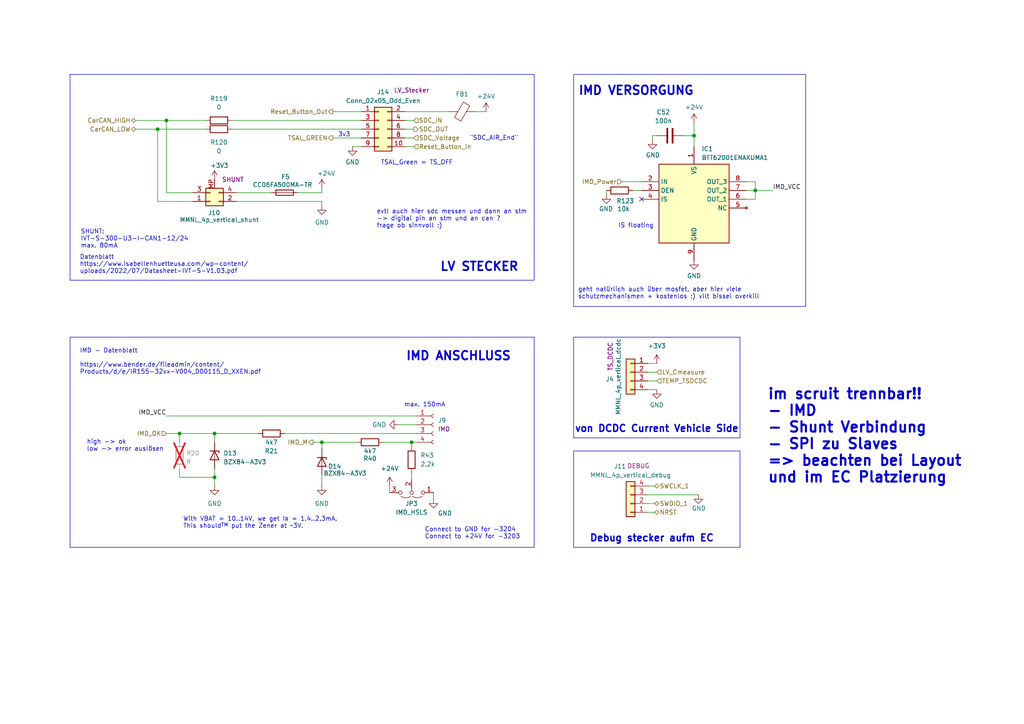
<source format=kicad_sch>
(kicad_sch
	(version 20231120)
	(generator "eeschema")
	(generator_version "8.0")
	(uuid "200fd554-4226-4e14-a1ce-db0521b00741")
	(paper "A4")
	(lib_symbols
		(symbol "BTT62001ENAXUMA1:BTT62001ENAXUMA1"
			(exclude_from_sim no)
			(in_bom yes)
			(on_board yes)
			(property "Reference" "IC"
				(at 26.67 7.62 0)
				(effects
					(font
						(size 1.27 1.27)
					)
					(justify left top)
				)
			)
			(property "Value" "BTT62001ENAXUMA1"
				(at 26.67 5.08 0)
				(effects
					(font
						(size 1.27 1.27)
					)
					(justify left top)
				)
			)
			(property "Footprint" "SOIC127P600X115-9N"
				(at 26.67 -94.92 0)
				(effects
					(font
						(size 1.27 1.27)
					)
					(justify left top)
					(hide yes)
				)
			)
			(property "Datasheet" "https://www.infineon.com/dgdl/Infineon-BTT6200-1ENA-DS-v01_00-EN.pdf?fileId=5546d462636cc8fb01645f3a31f312e9"
				(at 26.67 -194.92 0)
				(effects
					(font
						(size 1.27 1.27)
					)
					(justify left top)
					(hide yes)
				)
			)
			(property "Description" "Infineon PROFET"
				(at -2.54 5.334 0)
				(effects
					(font
						(size 1.27 1.27)
					)
					(hide yes)
				)
			)
			(property "Height" "1.15"
				(at 26.67 -394.92 0)
				(effects
					(font
						(size 1.27 1.27)
					)
					(justify left top)
					(hide yes)
				)
			)
			(property "Manufacturer_Name" "Infineon"
				(at 26.67 -494.92 0)
				(effects
					(font
						(size 1.27 1.27)
					)
					(justify left top)
					(hide yes)
				)
			)
			(property "Manufacturer_Part_Number" "BTT62001ENAXUMA1"
				(at 26.67 -594.92 0)
				(effects
					(font
						(size 1.27 1.27)
					)
					(justify left top)
					(hide yes)
				)
			)
			(property "Arrow Part Number" "BTT62001ENAXUMA1"
				(at 26.67 -694.92 0)
				(effects
					(font
						(size 1.27 1.27)
					)
					(justify left top)
					(hide yes)
				)
			)
			(property "Arrow Price/Stock" "https://www.arrow.com/en/products/btt62001enaxuma1/infineon-technologies-ag"
				(at 26.67 -794.92 0)
				(effects
					(font
						(size 1.27 1.27)
					)
					(justify left top)
					(hide yes)
				)
			)
			(symbol "BTT62001ENAXUMA1_1_1"
				(rectangle
					(start 5.08 2.54)
					(end 25.4 -20.32)
					(stroke
						(width 0.254)
						(type default)
					)
					(fill
						(type background)
					)
				)
				(pin passive line
					(at 15.24 7.62 270)
					(length 5.08)
					(name "VS"
						(effects
							(font
								(size 1.27 1.27)
							)
						)
					)
					(number "1"
						(effects
							(font
								(size 1.27 1.27)
							)
						)
					)
				)
				(pin passive line
					(at 0 -2.54 0)
					(length 5.08)
					(name "IN"
						(effects
							(font
								(size 1.27 1.27)
							)
						)
					)
					(number "2"
						(effects
							(font
								(size 1.27 1.27)
							)
						)
					)
				)
				(pin passive line
					(at 0 -5.08 0)
					(length 5.08)
					(name "DEN"
						(effects
							(font
								(size 1.27 1.27)
							)
						)
					)
					(number "3"
						(effects
							(font
								(size 1.27 1.27)
							)
						)
					)
				)
				(pin passive line
					(at 0 -7.62 0)
					(length 5.08)
					(name "IS"
						(effects
							(font
								(size 1.27 1.27)
							)
						)
					)
					(number "4"
						(effects
							(font
								(size 1.27 1.27)
							)
						)
					)
				)
				(pin no_connect line
					(at 30.48 -10.16 180)
					(length 5.08)
					(name "NC"
						(effects
							(font
								(size 1.27 1.27)
							)
						)
					)
					(number "5"
						(effects
							(font
								(size 1.27 1.27)
							)
						)
					)
				)
				(pin passive line
					(at 30.48 -7.62 180)
					(length 5.08)
					(name "OUT_1"
						(effects
							(font
								(size 1.27 1.27)
							)
						)
					)
					(number "6"
						(effects
							(font
								(size 1.27 1.27)
							)
						)
					)
				)
				(pin passive line
					(at 30.48 -5.08 180)
					(length 5.08)
					(name "OUT_2"
						(effects
							(font
								(size 1.27 1.27)
							)
						)
					)
					(number "7"
						(effects
							(font
								(size 1.27 1.27)
							)
						)
					)
				)
				(pin passive line
					(at 30.48 -2.54 180)
					(length 5.08)
					(name "OUT_3"
						(effects
							(font
								(size 1.27 1.27)
							)
						)
					)
					(number "8"
						(effects
							(font
								(size 1.27 1.27)
							)
						)
					)
				)
				(pin passive line
					(at 15.24 -25.4 90)
					(length 5.08)
					(name "GND"
						(effects
							(font
								(size 1.27 1.27)
							)
						)
					)
					(number "9"
						(effects
							(font
								(size 1.27 1.27)
							)
						)
					)
				)
			)
		)
		(symbol "Connector:Conn_01x04_Socket"
			(pin_names
				(offset 1.016) hide)
			(exclude_from_sim no)
			(in_bom yes)
			(on_board yes)
			(property "Reference" "J"
				(at 0 5.08 0)
				(effects
					(font
						(size 1.27 1.27)
					)
				)
			)
			(property "Value" "Conn_01x04_Socket"
				(at 0 -7.62 0)
				(effects
					(font
						(size 1.27 1.27)
					)
				)
			)
			(property "Footprint" ""
				(at 0 0 0)
				(effects
					(font
						(size 1.27 1.27)
					)
					(hide yes)
				)
			)
			(property "Datasheet" "~"
				(at 0 0 0)
				(effects
					(font
						(size 1.27 1.27)
					)
					(hide yes)
				)
			)
			(property "Description" "Generic connector, single row, 01x04, script generated"
				(at 0 0 0)
				(effects
					(font
						(size 1.27 1.27)
					)
					(hide yes)
				)
			)
			(property "ki_locked" ""
				(at 0 0 0)
				(effects
					(font
						(size 1.27 1.27)
					)
				)
			)
			(property "ki_keywords" "connector"
				(at 0 0 0)
				(effects
					(font
						(size 1.27 1.27)
					)
					(hide yes)
				)
			)
			(property "ki_fp_filters" "Connector*:*_1x??_*"
				(at 0 0 0)
				(effects
					(font
						(size 1.27 1.27)
					)
					(hide yes)
				)
			)
			(symbol "Conn_01x04_Socket_1_1"
				(arc
					(start 0 -4.572)
					(mid -0.5058 -5.08)
					(end 0 -5.588)
					(stroke
						(width 0.1524)
						(type default)
					)
					(fill
						(type none)
					)
				)
				(arc
					(start 0 -2.032)
					(mid -0.5058 -2.54)
					(end 0 -3.048)
					(stroke
						(width 0.1524)
						(type default)
					)
					(fill
						(type none)
					)
				)
				(polyline
					(pts
						(xy -1.27 -5.08) (xy -0.508 -5.08)
					)
					(stroke
						(width 0.1524)
						(type default)
					)
					(fill
						(type none)
					)
				)
				(polyline
					(pts
						(xy -1.27 -2.54) (xy -0.508 -2.54)
					)
					(stroke
						(width 0.1524)
						(type default)
					)
					(fill
						(type none)
					)
				)
				(polyline
					(pts
						(xy -1.27 0) (xy -0.508 0)
					)
					(stroke
						(width 0.1524)
						(type default)
					)
					(fill
						(type none)
					)
				)
				(polyline
					(pts
						(xy -1.27 2.54) (xy -0.508 2.54)
					)
					(stroke
						(width 0.1524)
						(type default)
					)
					(fill
						(type none)
					)
				)
				(arc
					(start 0 0.508)
					(mid -0.5058 0)
					(end 0 -0.508)
					(stroke
						(width 0.1524)
						(type default)
					)
					(fill
						(type none)
					)
				)
				(arc
					(start 0 3.048)
					(mid -0.5058 2.54)
					(end 0 2.032)
					(stroke
						(width 0.1524)
						(type default)
					)
					(fill
						(type none)
					)
				)
				(pin passive line
					(at -5.08 2.54 0)
					(length 3.81)
					(name "Pin_1"
						(effects
							(font
								(size 1.27 1.27)
							)
						)
					)
					(number "1"
						(effects
							(font
								(size 1.27 1.27)
							)
						)
					)
				)
				(pin passive line
					(at -5.08 0 0)
					(length 3.81)
					(name "Pin_2"
						(effects
							(font
								(size 1.27 1.27)
							)
						)
					)
					(number "2"
						(effects
							(font
								(size 1.27 1.27)
							)
						)
					)
				)
				(pin passive line
					(at -5.08 -2.54 0)
					(length 3.81)
					(name "Pin_3"
						(effects
							(font
								(size 1.27 1.27)
							)
						)
					)
					(number "3"
						(effects
							(font
								(size 1.27 1.27)
							)
						)
					)
				)
				(pin passive line
					(at -5.08 -5.08 0)
					(length 3.81)
					(name "Pin_4"
						(effects
							(font
								(size 1.27 1.27)
							)
						)
					)
					(number "4"
						(effects
							(font
								(size 1.27 1.27)
							)
						)
					)
				)
			)
		)
		(symbol "Connector_Generic:Conn_01x04"
			(pin_names
				(offset 1.016) hide)
			(exclude_from_sim no)
			(in_bom yes)
			(on_board yes)
			(property "Reference" "J"
				(at 0 5.08 0)
				(effects
					(font
						(size 1.27 1.27)
					)
				)
			)
			(property "Value" "Conn_01x04"
				(at 0 -7.62 0)
				(effects
					(font
						(size 1.27 1.27)
					)
				)
			)
			(property "Footprint" ""
				(at 0 0 0)
				(effects
					(font
						(size 1.27 1.27)
					)
					(hide yes)
				)
			)
			(property "Datasheet" "~"
				(at 0 0 0)
				(effects
					(font
						(size 1.27 1.27)
					)
					(hide yes)
				)
			)
			(property "Description" "Generic connector, single row, 01x04, script generated (kicad-library-utils/schlib/autogen/connector/)"
				(at 0 0 0)
				(effects
					(font
						(size 1.27 1.27)
					)
					(hide yes)
				)
			)
			(property "ki_keywords" "connector"
				(at 0 0 0)
				(effects
					(font
						(size 1.27 1.27)
					)
					(hide yes)
				)
			)
			(property "ki_fp_filters" "Connector*:*_1x??_*"
				(at 0 0 0)
				(effects
					(font
						(size 1.27 1.27)
					)
					(hide yes)
				)
			)
			(symbol "Conn_01x04_1_1"
				(rectangle
					(start -1.27 -4.953)
					(end 0 -5.207)
					(stroke
						(width 0.1524)
						(type default)
					)
					(fill
						(type none)
					)
				)
				(rectangle
					(start -1.27 -2.413)
					(end 0 -2.667)
					(stroke
						(width 0.1524)
						(type default)
					)
					(fill
						(type none)
					)
				)
				(rectangle
					(start -1.27 0.127)
					(end 0 -0.127)
					(stroke
						(width 0.1524)
						(type default)
					)
					(fill
						(type none)
					)
				)
				(rectangle
					(start -1.27 2.667)
					(end 0 2.413)
					(stroke
						(width 0.1524)
						(type default)
					)
					(fill
						(type none)
					)
				)
				(rectangle
					(start -1.27 3.81)
					(end 1.27 -6.35)
					(stroke
						(width 0.254)
						(type default)
					)
					(fill
						(type background)
					)
				)
				(pin passive line
					(at -5.08 2.54 0)
					(length 3.81)
					(name "Pin_1"
						(effects
							(font
								(size 1.27 1.27)
							)
						)
					)
					(number "1"
						(effects
							(font
								(size 1.27 1.27)
							)
						)
					)
				)
				(pin passive line
					(at -5.08 0 0)
					(length 3.81)
					(name "Pin_2"
						(effects
							(font
								(size 1.27 1.27)
							)
						)
					)
					(number "2"
						(effects
							(font
								(size 1.27 1.27)
							)
						)
					)
				)
				(pin passive line
					(at -5.08 -2.54 0)
					(length 3.81)
					(name "Pin_3"
						(effects
							(font
								(size 1.27 1.27)
							)
						)
					)
					(number "3"
						(effects
							(font
								(size 1.27 1.27)
							)
						)
					)
				)
				(pin passive line
					(at -5.08 -5.08 0)
					(length 3.81)
					(name "Pin_4"
						(effects
							(font
								(size 1.27 1.27)
							)
						)
					)
					(number "4"
						(effects
							(font
								(size 1.27 1.27)
							)
						)
					)
				)
			)
		)
		(symbol "Connector_Generic:Conn_02x05_Odd_Even"
			(pin_names
				(offset 1.016) hide)
			(exclude_from_sim no)
			(in_bom yes)
			(on_board yes)
			(property "Reference" "J"
				(at 1.27 7.62 0)
				(effects
					(font
						(size 1.27 1.27)
					)
				)
			)
			(property "Value" "Conn_02x05_Odd_Even"
				(at 1.27 -7.62 0)
				(effects
					(font
						(size 1.27 1.27)
					)
				)
			)
			(property "Footprint" ""
				(at 0 0 0)
				(effects
					(font
						(size 1.27 1.27)
					)
					(hide yes)
				)
			)
			(property "Datasheet" "~"
				(at 0 0 0)
				(effects
					(font
						(size 1.27 1.27)
					)
					(hide yes)
				)
			)
			(property "Description" "Generic connector, double row, 02x05, odd/even pin numbering scheme (row 1 odd numbers, row 2 even numbers), script generated (kicad-library-utils/schlib/autogen/connector/)"
				(at 0 0 0)
				(effects
					(font
						(size 1.27 1.27)
					)
					(hide yes)
				)
			)
			(property "ki_keywords" "connector"
				(at 0 0 0)
				(effects
					(font
						(size 1.27 1.27)
					)
					(hide yes)
				)
			)
			(property "ki_fp_filters" "Connector*:*_2x??_*"
				(at 0 0 0)
				(effects
					(font
						(size 1.27 1.27)
					)
					(hide yes)
				)
			)
			(symbol "Conn_02x05_Odd_Even_1_1"
				(rectangle
					(start -1.27 -4.953)
					(end 0 -5.207)
					(stroke
						(width 0.1524)
						(type default)
					)
					(fill
						(type none)
					)
				)
				(rectangle
					(start -1.27 -2.413)
					(end 0 -2.667)
					(stroke
						(width 0.1524)
						(type default)
					)
					(fill
						(type none)
					)
				)
				(rectangle
					(start -1.27 0.127)
					(end 0 -0.127)
					(stroke
						(width 0.1524)
						(type default)
					)
					(fill
						(type none)
					)
				)
				(rectangle
					(start -1.27 2.667)
					(end 0 2.413)
					(stroke
						(width 0.1524)
						(type default)
					)
					(fill
						(type none)
					)
				)
				(rectangle
					(start -1.27 5.207)
					(end 0 4.953)
					(stroke
						(width 0.1524)
						(type default)
					)
					(fill
						(type none)
					)
				)
				(rectangle
					(start -1.27 6.35)
					(end 3.81 -6.35)
					(stroke
						(width 0.254)
						(type default)
					)
					(fill
						(type background)
					)
				)
				(rectangle
					(start 3.81 -4.953)
					(end 2.54 -5.207)
					(stroke
						(width 0.1524)
						(type default)
					)
					(fill
						(type none)
					)
				)
				(rectangle
					(start 3.81 -2.413)
					(end 2.54 -2.667)
					(stroke
						(width 0.1524)
						(type default)
					)
					(fill
						(type none)
					)
				)
				(rectangle
					(start 3.81 0.127)
					(end 2.54 -0.127)
					(stroke
						(width 0.1524)
						(type default)
					)
					(fill
						(type none)
					)
				)
				(rectangle
					(start 3.81 2.667)
					(end 2.54 2.413)
					(stroke
						(width 0.1524)
						(type default)
					)
					(fill
						(type none)
					)
				)
				(rectangle
					(start 3.81 5.207)
					(end 2.54 4.953)
					(stroke
						(width 0.1524)
						(type default)
					)
					(fill
						(type none)
					)
				)
				(pin passive line
					(at -5.08 5.08 0)
					(length 3.81)
					(name "Pin_1"
						(effects
							(font
								(size 1.27 1.27)
							)
						)
					)
					(number "1"
						(effects
							(font
								(size 1.27 1.27)
							)
						)
					)
				)
				(pin passive line
					(at 7.62 -5.08 180)
					(length 3.81)
					(name "Pin_10"
						(effects
							(font
								(size 1.27 1.27)
							)
						)
					)
					(number "10"
						(effects
							(font
								(size 1.27 1.27)
							)
						)
					)
				)
				(pin passive line
					(at 7.62 5.08 180)
					(length 3.81)
					(name "Pin_2"
						(effects
							(font
								(size 1.27 1.27)
							)
						)
					)
					(number "2"
						(effects
							(font
								(size 1.27 1.27)
							)
						)
					)
				)
				(pin passive line
					(at -5.08 2.54 0)
					(length 3.81)
					(name "Pin_3"
						(effects
							(font
								(size 1.27 1.27)
							)
						)
					)
					(number "3"
						(effects
							(font
								(size 1.27 1.27)
							)
						)
					)
				)
				(pin passive line
					(at 7.62 2.54 180)
					(length 3.81)
					(name "Pin_4"
						(effects
							(font
								(size 1.27 1.27)
							)
						)
					)
					(number "4"
						(effects
							(font
								(size 1.27 1.27)
							)
						)
					)
				)
				(pin passive line
					(at -5.08 0 0)
					(length 3.81)
					(name "Pin_5"
						(effects
							(font
								(size 1.27 1.27)
							)
						)
					)
					(number "5"
						(effects
							(font
								(size 1.27 1.27)
							)
						)
					)
				)
				(pin passive line
					(at 7.62 0 180)
					(length 3.81)
					(name "Pin_6"
						(effects
							(font
								(size 1.27 1.27)
							)
						)
					)
					(number "6"
						(effects
							(font
								(size 1.27 1.27)
							)
						)
					)
				)
				(pin passive line
					(at -5.08 -2.54 0)
					(length 3.81)
					(name "Pin_7"
						(effects
							(font
								(size 1.27 1.27)
							)
						)
					)
					(number "7"
						(effects
							(font
								(size 1.27 1.27)
							)
						)
					)
				)
				(pin passive line
					(at 7.62 -2.54 180)
					(length 3.81)
					(name "Pin_8"
						(effects
							(font
								(size 1.27 1.27)
							)
						)
					)
					(number "8"
						(effects
							(font
								(size 1.27 1.27)
							)
						)
					)
				)
				(pin passive line
					(at -5.08 -5.08 0)
					(length 3.81)
					(name "Pin_9"
						(effects
							(font
								(size 1.27 1.27)
							)
						)
					)
					(number "9"
						(effects
							(font
								(size 1.27 1.27)
							)
						)
					)
				)
			)
		)
		(symbol "Device:C"
			(pin_numbers hide)
			(pin_names
				(offset 0.254)
			)
			(exclude_from_sim no)
			(in_bom yes)
			(on_board yes)
			(property "Reference" "C"
				(at 0.635 2.54 0)
				(effects
					(font
						(size 1.27 1.27)
					)
					(justify left)
				)
			)
			(property "Value" "C"
				(at 0.635 -2.54 0)
				(effects
					(font
						(size 1.27 1.27)
					)
					(justify left)
				)
			)
			(property "Footprint" ""
				(at 0.9652 -3.81 0)
				(effects
					(font
						(size 1.27 1.27)
					)
					(hide yes)
				)
			)
			(property "Datasheet" "~"
				(at 0 0 0)
				(effects
					(font
						(size 1.27 1.27)
					)
					(hide yes)
				)
			)
			(property "Description" "Unpolarized capacitor"
				(at 0 0 0)
				(effects
					(font
						(size 1.27 1.27)
					)
					(hide yes)
				)
			)
			(property "ki_keywords" "cap capacitor"
				(at 0 0 0)
				(effects
					(font
						(size 1.27 1.27)
					)
					(hide yes)
				)
			)
			(property "ki_fp_filters" "C_*"
				(at 0 0 0)
				(effects
					(font
						(size 1.27 1.27)
					)
					(hide yes)
				)
			)
			(symbol "C_0_1"
				(polyline
					(pts
						(xy -2.032 -0.762) (xy 2.032 -0.762)
					)
					(stroke
						(width 0.508)
						(type default)
					)
					(fill
						(type none)
					)
				)
				(polyline
					(pts
						(xy -2.032 0.762) (xy 2.032 0.762)
					)
					(stroke
						(width 0.508)
						(type default)
					)
					(fill
						(type none)
					)
				)
			)
			(symbol "C_1_1"
				(pin passive line
					(at 0 3.81 270)
					(length 2.794)
					(name "~"
						(effects
							(font
								(size 1.27 1.27)
							)
						)
					)
					(number "1"
						(effects
							(font
								(size 1.27 1.27)
							)
						)
					)
				)
				(pin passive line
					(at 0 -3.81 90)
					(length 2.794)
					(name "~"
						(effects
							(font
								(size 1.27 1.27)
							)
						)
					)
					(number "2"
						(effects
							(font
								(size 1.27 1.27)
							)
						)
					)
				)
			)
		)
		(symbol "Device:FerriteBead"
			(pin_numbers hide)
			(pin_names
				(offset 0)
			)
			(exclude_from_sim no)
			(in_bom yes)
			(on_board yes)
			(property "Reference" "FB"
				(at -3.81 0.635 90)
				(effects
					(font
						(size 1.27 1.27)
					)
				)
			)
			(property "Value" "FerriteBead"
				(at 3.81 0 90)
				(effects
					(font
						(size 1.27 1.27)
					)
				)
			)
			(property "Footprint" ""
				(at -1.778 0 90)
				(effects
					(font
						(size 1.27 1.27)
					)
					(hide yes)
				)
			)
			(property "Datasheet" "~"
				(at 0 0 0)
				(effects
					(font
						(size 1.27 1.27)
					)
					(hide yes)
				)
			)
			(property "Description" "Ferrite bead"
				(at 0 0 0)
				(effects
					(font
						(size 1.27 1.27)
					)
					(hide yes)
				)
			)
			(property "ki_keywords" "L ferrite bead inductor filter"
				(at 0 0 0)
				(effects
					(font
						(size 1.27 1.27)
					)
					(hide yes)
				)
			)
			(property "ki_fp_filters" "Inductor_* L_* *Ferrite*"
				(at 0 0 0)
				(effects
					(font
						(size 1.27 1.27)
					)
					(hide yes)
				)
			)
			(symbol "FerriteBead_0_1"
				(polyline
					(pts
						(xy 0 -1.27) (xy 0 -1.2192)
					)
					(stroke
						(width 0)
						(type default)
					)
					(fill
						(type none)
					)
				)
				(polyline
					(pts
						(xy 0 1.27) (xy 0 1.2954)
					)
					(stroke
						(width 0)
						(type default)
					)
					(fill
						(type none)
					)
				)
				(polyline
					(pts
						(xy -2.7686 0.4064) (xy -1.7018 2.2606) (xy 2.7686 -0.3048) (xy 1.6764 -2.159) (xy -2.7686 0.4064)
					)
					(stroke
						(width 0)
						(type default)
					)
					(fill
						(type none)
					)
				)
			)
			(symbol "FerriteBead_1_1"
				(pin passive line
					(at 0 3.81 270)
					(length 2.54)
					(name "~"
						(effects
							(font
								(size 1.27 1.27)
							)
						)
					)
					(number "1"
						(effects
							(font
								(size 1.27 1.27)
							)
						)
					)
				)
				(pin passive line
					(at 0 -3.81 90)
					(length 2.54)
					(name "~"
						(effects
							(font
								(size 1.27 1.27)
							)
						)
					)
					(number "2"
						(effects
							(font
								(size 1.27 1.27)
							)
						)
					)
				)
			)
		)
		(symbol "Device:Fuse"
			(pin_numbers hide)
			(pin_names
				(offset 0)
			)
			(exclude_from_sim no)
			(in_bom yes)
			(on_board yes)
			(property "Reference" "F"
				(at 2.032 0 90)
				(effects
					(font
						(size 1.27 1.27)
					)
				)
			)
			(property "Value" "Fuse"
				(at -1.905 0 90)
				(effects
					(font
						(size 1.27 1.27)
					)
				)
			)
			(property "Footprint" ""
				(at -1.778 0 90)
				(effects
					(font
						(size 1.27 1.27)
					)
					(hide yes)
				)
			)
			(property "Datasheet" "~"
				(at 0 0 0)
				(effects
					(font
						(size 1.27 1.27)
					)
					(hide yes)
				)
			)
			(property "Description" "Fuse"
				(at 0 0 0)
				(effects
					(font
						(size 1.27 1.27)
					)
					(hide yes)
				)
			)
			(property "ki_keywords" "fuse"
				(at 0 0 0)
				(effects
					(font
						(size 1.27 1.27)
					)
					(hide yes)
				)
			)
			(property "ki_fp_filters" "*Fuse*"
				(at 0 0 0)
				(effects
					(font
						(size 1.27 1.27)
					)
					(hide yes)
				)
			)
			(symbol "Fuse_0_1"
				(rectangle
					(start -0.762 -2.54)
					(end 0.762 2.54)
					(stroke
						(width 0.254)
						(type default)
					)
					(fill
						(type none)
					)
				)
				(polyline
					(pts
						(xy 0 2.54) (xy 0 -2.54)
					)
					(stroke
						(width 0)
						(type default)
					)
					(fill
						(type none)
					)
				)
			)
			(symbol "Fuse_1_1"
				(pin passive line
					(at 0 3.81 270)
					(length 1.27)
					(name "~"
						(effects
							(font
								(size 1.27 1.27)
							)
						)
					)
					(number "1"
						(effects
							(font
								(size 1.27 1.27)
							)
						)
					)
				)
				(pin passive line
					(at 0 -3.81 90)
					(length 1.27)
					(name "~"
						(effects
							(font
								(size 1.27 1.27)
							)
						)
					)
					(number "2"
						(effects
							(font
								(size 1.27 1.27)
							)
						)
					)
				)
			)
		)
		(symbol "Device:R"
			(pin_numbers hide)
			(pin_names
				(offset 0)
			)
			(exclude_from_sim no)
			(in_bom yes)
			(on_board yes)
			(property "Reference" "R"
				(at 2.032 0 90)
				(effects
					(font
						(size 1.27 1.27)
					)
				)
			)
			(property "Value" "R"
				(at 0 0 90)
				(effects
					(font
						(size 1.27 1.27)
					)
				)
			)
			(property "Footprint" ""
				(at -1.778 0 90)
				(effects
					(font
						(size 1.27 1.27)
					)
					(hide yes)
				)
			)
			(property "Datasheet" "~"
				(at 0 0 0)
				(effects
					(font
						(size 1.27 1.27)
					)
					(hide yes)
				)
			)
			(property "Description" "Resistor"
				(at 0 0 0)
				(effects
					(font
						(size 1.27 1.27)
					)
					(hide yes)
				)
			)
			(property "ki_keywords" "R res resistor"
				(at 0 0 0)
				(effects
					(font
						(size 1.27 1.27)
					)
					(hide yes)
				)
			)
			(property "ki_fp_filters" "R_*"
				(at 0 0 0)
				(effects
					(font
						(size 1.27 1.27)
					)
					(hide yes)
				)
			)
			(symbol "R_0_1"
				(rectangle
					(start -1.016 -2.54)
					(end 1.016 2.54)
					(stroke
						(width 0.254)
						(type default)
					)
					(fill
						(type none)
					)
				)
			)
			(symbol "R_1_1"
				(pin passive line
					(at 0 3.81 270)
					(length 1.27)
					(name "~"
						(effects
							(font
								(size 1.27 1.27)
							)
						)
					)
					(number "1"
						(effects
							(font
								(size 1.27 1.27)
							)
						)
					)
				)
				(pin passive line
					(at 0 -3.81 90)
					(length 1.27)
					(name "~"
						(effects
							(font
								(size 1.27 1.27)
							)
						)
					)
					(number "2"
						(effects
							(font
								(size 1.27 1.27)
							)
						)
					)
				)
			)
		)
		(symbol "Jumper:Jumper_3_Open"
			(pin_names
				(offset 0) hide)
			(exclude_from_sim no)
			(in_bom yes)
			(on_board yes)
			(property "Reference" "JP"
				(at -2.54 -2.54 0)
				(effects
					(font
						(size 1.27 1.27)
					)
				)
			)
			(property "Value" "Jumper_3_Open"
				(at 0 2.794 0)
				(effects
					(font
						(size 1.27 1.27)
					)
				)
			)
			(property "Footprint" ""
				(at 0 0 0)
				(effects
					(font
						(size 1.27 1.27)
					)
					(hide yes)
				)
			)
			(property "Datasheet" "~"
				(at 0 0 0)
				(effects
					(font
						(size 1.27 1.27)
					)
					(hide yes)
				)
			)
			(property "Description" "Jumper, 3-pole, both open"
				(at 0 0 0)
				(effects
					(font
						(size 1.27 1.27)
					)
					(hide yes)
				)
			)
			(property "ki_keywords" "Jumper SPDT"
				(at 0 0 0)
				(effects
					(font
						(size 1.27 1.27)
					)
					(hide yes)
				)
			)
			(property "ki_fp_filters" "Jumper* TestPoint*3Pads* TestPoint*Bridge*"
				(at 0 0 0)
				(effects
					(font
						(size 1.27 1.27)
					)
					(hide yes)
				)
			)
			(symbol "Jumper_3_Open_0_0"
				(circle
					(center -3.302 0)
					(radius 0.508)
					(stroke
						(width 0)
						(type default)
					)
					(fill
						(type none)
					)
				)
				(circle
					(center 0 0)
					(radius 0.508)
					(stroke
						(width 0)
						(type default)
					)
					(fill
						(type none)
					)
				)
				(circle
					(center 3.302 0)
					(radius 0.508)
					(stroke
						(width 0)
						(type default)
					)
					(fill
						(type none)
					)
				)
			)
			(symbol "Jumper_3_Open_0_1"
				(arc
					(start -0.254 1.016)
					(mid -1.651 1.4992)
					(end -3.048 1.016)
					(stroke
						(width 0)
						(type default)
					)
					(fill
						(type none)
					)
				)
				(polyline
					(pts
						(xy 0 -0.508) (xy 0 -1.27)
					)
					(stroke
						(width 0)
						(type default)
					)
					(fill
						(type none)
					)
				)
				(arc
					(start 3.048 1.016)
					(mid 1.651 1.4992)
					(end 0.254 1.016)
					(stroke
						(width 0)
						(type default)
					)
					(fill
						(type none)
					)
				)
			)
			(symbol "Jumper_3_Open_1_1"
				(pin passive line
					(at -6.35 0 0)
					(length 2.54)
					(name "A"
						(effects
							(font
								(size 1.27 1.27)
							)
						)
					)
					(number "1"
						(effects
							(font
								(size 1.27 1.27)
							)
						)
					)
				)
				(pin passive line
					(at 0 -3.81 90)
					(length 2.54)
					(name "C"
						(effects
							(font
								(size 1.27 1.27)
							)
						)
					)
					(number "2"
						(effects
							(font
								(size 1.27 1.27)
							)
						)
					)
				)
				(pin passive line
					(at 6.35 0 180)
					(length 2.54)
					(name "B"
						(effects
							(font
								(size 1.27 1.27)
							)
						)
					)
					(number "3"
						(effects
							(font
								(size 1.27 1.27)
							)
						)
					)
				)
			)
		)
		(symbol "Master:BZX84-A3V3"
			(pin_numbers hide)
			(pin_names
				(offset 1.016) hide)
			(exclude_from_sim no)
			(in_bom yes)
			(on_board yes)
			(property "Reference" "D"
				(at 0 2.54 0)
				(effects
					(font
						(size 1.27 1.27)
					)
				)
			)
			(property "Value" "BZX84-A3V3"
				(at 0 -2.54 0)
				(effects
					(font
						(size 1.27 1.27)
					)
				)
			)
			(property "Footprint" "Package_TO_SOT_SMD:SOT-23-3"
				(at 0 5.08 0)
				(effects
					(font
						(size 1.27 1.27)
					)
					(hide yes)
				)
			)
			(property "Datasheet" "~"
				(at 0 0 0)
				(effects
					(font
						(size 1.27 1.27)
					)
					(hide yes)
				)
			)
			(property "Description" "Zener diode 3.3V SOT-23"
				(at 0 0 0)
				(effects
					(font
						(size 1.27 1.27)
					)
					(hide yes)
				)
			)
			(property "ki_keywords" "diode"
				(at 0 0 0)
				(effects
					(font
						(size 1.27 1.27)
					)
					(hide yes)
				)
			)
			(property "ki_fp_filters" "TO-???* *_Diode_* *SingleDiode* D_*"
				(at 0 0 0)
				(effects
					(font
						(size 1.27 1.27)
					)
					(hide yes)
				)
			)
			(symbol "BZX84-A3V3_0_1"
				(polyline
					(pts
						(xy 1.27 0) (xy -1.27 0)
					)
					(stroke
						(width 0)
						(type default)
					)
					(fill
						(type none)
					)
				)
				(polyline
					(pts
						(xy -1.27 -1.27) (xy -1.27 1.27) (xy -0.762 1.27)
					)
					(stroke
						(width 0.254)
						(type default)
					)
					(fill
						(type none)
					)
				)
				(polyline
					(pts
						(xy 1.27 -1.27) (xy 1.27 1.27) (xy -1.27 0) (xy 1.27 -1.27)
					)
					(stroke
						(width 0.254)
						(type default)
					)
					(fill
						(type none)
					)
				)
			)
			(symbol "BZX84-A3V3_1_1"
				(pin passive line
					(at 3.81 0 180)
					(length 2.54)
					(name "A"
						(effects
							(font
								(size 1.27 1.27)
							)
						)
					)
					(number "1"
						(effects
							(font
								(size 1.27 1.27)
							)
						)
					)
				)
				(pin passive line
					(at -3.81 0 0)
					(length 2.54)
					(name "K"
						(effects
							(font
								(size 1.27 1.27)
							)
						)
					)
					(number "3"
						(effects
							(font
								(size 1.27 1.27)
							)
						)
					)
				)
			)
		)
		(symbol "Master:MMNL_2x2p_vertical"
			(pin_names
				(offset 1.016) hide)
			(exclude_from_sim no)
			(in_bom yes)
			(on_board yes)
			(property "Reference" "J"
				(at 1.27 2.54 0)
				(effects
					(font
						(size 1.27 1.27)
					)
				)
			)
			(property "Value" "MMNL_2x2p_vertical"
				(at 1.27 -5.08 0)
				(effects
					(font
						(size 1.27 1.27)
					)
				)
			)
			(property "Footprint" "FaSTTUBe_connectors:Micro_Mate-N-Lok_2x2p_vertical"
				(at 2.54 -7.112 0)
				(effects
					(font
						(size 1.27 1.27)
					)
					(hide yes)
				)
			)
			(property "Datasheet" "~"
				(at 0 0 0)
				(effects
					(font
						(size 1.27 1.27)
					)
					(hide yes)
				)
			)
			(property "Description" "Generic connector, double row, 02x02, odd/even pin numbering scheme (row 1 odd numbers, row 2 even numbers), script generated (kicad-library-utils/schlib/autogen/connector/)"
				(at 2.032 -9.398 0)
				(effects
					(font
						(size 1.27 1.27)
					)
					(hide yes)
				)
			)
			(property "ki_keywords" "connector"
				(at 0 0 0)
				(effects
					(font
						(size 1.27 1.27)
					)
					(hide yes)
				)
			)
			(property "ki_fp_filters" "Connector*:*_2x??_*"
				(at 0 0 0)
				(effects
					(font
						(size 1.27 1.27)
					)
					(hide yes)
				)
			)
			(symbol "MMNL_2x2p_vertical_1_1"
				(rectangle
					(start -1.27 -2.413)
					(end 0 -2.667)
					(stroke
						(width 0.1524)
						(type default)
					)
					(fill
						(type none)
					)
				)
				(rectangle
					(start -1.27 0.127)
					(end 0 -0.127)
					(stroke
						(width 0.1524)
						(type default)
					)
					(fill
						(type none)
					)
				)
				(rectangle
					(start -1.27 1.27)
					(end 3.81 -3.81)
					(stroke
						(width 0.254)
						(type default)
					)
					(fill
						(type background)
					)
				)
				(rectangle
					(start 3.81 -2.413)
					(end 2.54 -2.667)
					(stroke
						(width 0.1524)
						(type default)
					)
					(fill
						(type none)
					)
				)
				(rectangle
					(start 3.81 0.127)
					(end 2.54 -0.127)
					(stroke
						(width 0.1524)
						(type default)
					)
					(fill
						(type none)
					)
				)
				(pin passive line
					(at -5.08 0 0)
					(length 3.81)
					(name "Pin_1"
						(effects
							(font
								(size 1.27 1.27)
							)
						)
					)
					(number "1"
						(effects
							(font
								(size 1.27 1.27)
							)
						)
					)
				)
				(pin passive line
					(at 7.62 0 180)
					(length 3.81)
					(name "Pin_2"
						(effects
							(font
								(size 1.27 1.27)
							)
						)
					)
					(number "2"
						(effects
							(font
								(size 1.27 1.27)
							)
						)
					)
				)
				(pin passive line
					(at -5.08 -2.54 0)
					(length 3.81)
					(name "Pin_3"
						(effects
							(font
								(size 1.27 1.27)
							)
						)
					)
					(number "3"
						(effects
							(font
								(size 1.27 1.27)
							)
						)
					)
				)
				(pin passive line
					(at 7.62 -2.54 180)
					(length 3.81)
					(name "Pin_4"
						(effects
							(font
								(size 1.27 1.27)
							)
						)
					)
					(number "4"
						(effects
							(font
								(size 1.27 1.27)
							)
						)
					)
				)
				(pin passive line
					(at 1.27 -6.35 90)
					(length 2.54)
					(name ""
						(effects
							(font
								(size 1.27 1.27)
							)
						)
					)
					(number "MP"
						(effects
							(font
								(size 1.27 1.27)
							)
						)
					)
				)
			)
		)
		(symbol "power:+12V"
			(power)
			(pin_numbers hide)
			(pin_names
				(offset 0) hide)
			(exclude_from_sim no)
			(in_bom yes)
			(on_board yes)
			(property "Reference" "#PWR"
				(at 0 -3.81 0)
				(effects
					(font
						(size 1.27 1.27)
					)
					(hide yes)
				)
			)
			(property "Value" "+12V"
				(at 0 3.556 0)
				(effects
					(font
						(size 1.27 1.27)
					)
				)
			)
			(property "Footprint" ""
				(at 0 0 0)
				(effects
					(font
						(size 1.27 1.27)
					)
					(hide yes)
				)
			)
			(property "Datasheet" ""
				(at 0 0 0)
				(effects
					(font
						(size 1.27 1.27)
					)
					(hide yes)
				)
			)
			(property "Description" "Power symbol creates a global label with name \"+12V\""
				(at 0 0 0)
				(effects
					(font
						(size 1.27 1.27)
					)
					(hide yes)
				)
			)
			(property "ki_keywords" "global power"
				(at 0 0 0)
				(effects
					(font
						(size 1.27 1.27)
					)
					(hide yes)
				)
			)
			(symbol "+12V_0_1"
				(polyline
					(pts
						(xy -0.762 1.27) (xy 0 2.54)
					)
					(stroke
						(width 0)
						(type default)
					)
					(fill
						(type none)
					)
				)
				(polyline
					(pts
						(xy 0 0) (xy 0 2.54)
					)
					(stroke
						(width 0)
						(type default)
					)
					(fill
						(type none)
					)
				)
				(polyline
					(pts
						(xy 0 2.54) (xy 0.762 1.27)
					)
					(stroke
						(width 0)
						(type default)
					)
					(fill
						(type none)
					)
				)
			)
			(symbol "+12V_1_1"
				(pin power_in line
					(at 0 0 90)
					(length 0)
					(name "~"
						(effects
							(font
								(size 1.27 1.27)
							)
						)
					)
					(number "1"
						(effects
							(font
								(size 1.27 1.27)
							)
						)
					)
				)
			)
		)
		(symbol "power:+24V"
			(power)
			(pin_numbers hide)
			(pin_names
				(offset 0) hide)
			(exclude_from_sim no)
			(in_bom yes)
			(on_board yes)
			(property "Reference" "#PWR"
				(at 0 -3.81 0)
				(effects
					(font
						(size 1.27 1.27)
					)
					(hide yes)
				)
			)
			(property "Value" "+24V"
				(at 0 3.556 0)
				(effects
					(font
						(size 1.27 1.27)
					)
				)
			)
			(property "Footprint" ""
				(at 0 0 0)
				(effects
					(font
						(size 1.27 1.27)
					)
					(hide yes)
				)
			)
			(property "Datasheet" ""
				(at 0 0 0)
				(effects
					(font
						(size 1.27 1.27)
					)
					(hide yes)
				)
			)
			(property "Description" "Power symbol creates a global label with name \"+24V\""
				(at 0 0 0)
				(effects
					(font
						(size 1.27 1.27)
					)
					(hide yes)
				)
			)
			(property "ki_keywords" "global power"
				(at 0 0 0)
				(effects
					(font
						(size 1.27 1.27)
					)
					(hide yes)
				)
			)
			(symbol "+24V_0_1"
				(polyline
					(pts
						(xy -0.762 1.27) (xy 0 2.54)
					)
					(stroke
						(width 0)
						(type default)
					)
					(fill
						(type none)
					)
				)
				(polyline
					(pts
						(xy 0 0) (xy 0 2.54)
					)
					(stroke
						(width 0)
						(type default)
					)
					(fill
						(type none)
					)
				)
				(polyline
					(pts
						(xy 0 2.54) (xy 0.762 1.27)
					)
					(stroke
						(width 0)
						(type default)
					)
					(fill
						(type none)
					)
				)
			)
			(symbol "+24V_1_1"
				(pin power_in line
					(at 0 0 90)
					(length 0)
					(name "~"
						(effects
							(font
								(size 1.27 1.27)
							)
						)
					)
					(number "1"
						(effects
							(font
								(size 1.27 1.27)
							)
						)
					)
				)
			)
		)
		(symbol "power:+3V3"
			(power)
			(pin_numbers hide)
			(pin_names
				(offset 0) hide)
			(exclude_from_sim no)
			(in_bom yes)
			(on_board yes)
			(property "Reference" "#PWR"
				(at 0 -3.81 0)
				(effects
					(font
						(size 1.27 1.27)
					)
					(hide yes)
				)
			)
			(property "Value" "+3V3"
				(at 0 3.556 0)
				(effects
					(font
						(size 1.27 1.27)
					)
				)
			)
			(property "Footprint" ""
				(at 0 0 0)
				(effects
					(font
						(size 1.27 1.27)
					)
					(hide yes)
				)
			)
			(property "Datasheet" ""
				(at 0 0 0)
				(effects
					(font
						(size 1.27 1.27)
					)
					(hide yes)
				)
			)
			(property "Description" "Power symbol creates a global label with name \"+3V3\""
				(at 0 0 0)
				(effects
					(font
						(size 1.27 1.27)
					)
					(hide yes)
				)
			)
			(property "ki_keywords" "global power"
				(at 0 0 0)
				(effects
					(font
						(size 1.27 1.27)
					)
					(hide yes)
				)
			)
			(symbol "+3V3_0_1"
				(polyline
					(pts
						(xy -0.762 1.27) (xy 0 2.54)
					)
					(stroke
						(width 0)
						(type default)
					)
					(fill
						(type none)
					)
				)
				(polyline
					(pts
						(xy 0 0) (xy 0 2.54)
					)
					(stroke
						(width 0)
						(type default)
					)
					(fill
						(type none)
					)
				)
				(polyline
					(pts
						(xy 0 2.54) (xy 0.762 1.27)
					)
					(stroke
						(width 0)
						(type default)
					)
					(fill
						(type none)
					)
				)
			)
			(symbol "+3V3_1_1"
				(pin power_in line
					(at 0 0 90)
					(length 0)
					(name "~"
						(effects
							(font
								(size 1.27 1.27)
							)
						)
					)
					(number "1"
						(effects
							(font
								(size 1.27 1.27)
							)
						)
					)
				)
			)
		)
		(symbol "power:GND"
			(power)
			(pin_numbers hide)
			(pin_names
				(offset 0) hide)
			(exclude_from_sim no)
			(in_bom yes)
			(on_board yes)
			(property "Reference" "#PWR"
				(at 0 -6.35 0)
				(effects
					(font
						(size 1.27 1.27)
					)
					(hide yes)
				)
			)
			(property "Value" "GND"
				(at 0 -3.81 0)
				(effects
					(font
						(size 1.27 1.27)
					)
				)
			)
			(property "Footprint" ""
				(at 0 0 0)
				(effects
					(font
						(size 1.27 1.27)
					)
					(hide yes)
				)
			)
			(property "Datasheet" ""
				(at 0 0 0)
				(effects
					(font
						(size 1.27 1.27)
					)
					(hide yes)
				)
			)
			(property "Description" "Power symbol creates a global label with name \"GND\" , ground"
				(at 0 0 0)
				(effects
					(font
						(size 1.27 1.27)
					)
					(hide yes)
				)
			)
			(property "ki_keywords" "global power"
				(at 0 0 0)
				(effects
					(font
						(size 1.27 1.27)
					)
					(hide yes)
				)
			)
			(symbol "GND_0_1"
				(polyline
					(pts
						(xy 0 0) (xy 0 -1.27) (xy 1.27 -1.27) (xy 0 -2.54) (xy -1.27 -1.27) (xy 0 -1.27)
					)
					(stroke
						(width 0)
						(type default)
					)
					(fill
						(type none)
					)
				)
			)
			(symbol "GND_1_1"
				(pin power_in line
					(at 0 0 270)
					(length 0)
					(name "~"
						(effects
							(font
								(size 1.27 1.27)
							)
						)
					)
					(number "1"
						(effects
							(font
								(size 1.27 1.27)
							)
						)
					)
				)
			)
		)
	)
	(junction
		(at 52.07 125.73)
		(diameter 0)
		(color 0 0 0 0)
		(uuid "19072f10-ee5a-4b22-866e-df3b513352af")
	)
	(junction
		(at 93.345 128.27)
		(diameter 0)
		(color 0 0 0 0)
		(uuid "42343a46-3f07-428a-bf16-87efa8edff8c")
	)
	(junction
		(at 48.26 34.925)
		(diameter 0)
		(color 0 0 0 0)
		(uuid "4769e45c-17ba-4922-b819-a8e35fb3acc2")
	)
	(junction
		(at 219.075 55.245)
		(diameter 0)
		(color 0 0 0 0)
		(uuid "6eb95d5a-70b5-4668-b223-c8726612b6e7")
	)
	(junction
		(at 62.23 138.43)
		(diameter 0)
		(color 0 0 0 0)
		(uuid "93b1b874-e97f-47cf-b2c6-2e87d002f9cf")
	)
	(junction
		(at 201.295 39.37)
		(diameter 0)
		(color 0 0 0 0)
		(uuid "adbc9845-3c94-4ee5-93b5-dad7fa542b18")
	)
	(junction
		(at 62.23 125.73)
		(diameter 0)
		(color 0 0 0 0)
		(uuid "d4ac3df1-5e23-4aaa-ab12-71161d937d30")
	)
	(junction
		(at 119.38 128.27)
		(diameter 0)
		(color 0 0 0 0)
		(uuid "ed35cf1b-2ef9-4b44-b8e6-06c905269c9b")
	)
	(junction
		(at 45.72 37.465)
		(diameter 0)
		(color 0 0 0 0)
		(uuid "f497c29c-fe32-4760-93b5-0c99773088aa")
	)
	(no_connect
		(at 186.055 57.785)
		(uuid "3e9e0879-cd00-495f-bae5-53fa16f0f4cb")
	)
	(wire
		(pts
			(xy 93.345 55.88) (xy 86.36 55.88)
		)
		(stroke
			(width 0)
			(type default)
		)
		(uuid "0255bc4f-36a3-4788-8032-6c8b69c1750e")
	)
	(wire
		(pts
			(xy 48.26 34.925) (xy 59.69 34.925)
		)
		(stroke
			(width 0)
			(type default)
		)
		(uuid "0799e8c7-0f92-4b61-97c2-550cf9627324")
	)
	(wire
		(pts
			(xy 219.075 55.245) (xy 216.535 55.245)
		)
		(stroke
			(width 0)
			(type default)
		)
		(uuid "0db18b39-d9c5-4aac-b3dd-f8a9d98eb556")
	)
	(wire
		(pts
			(xy 68.58 55.88) (xy 78.74 55.88)
		)
		(stroke
			(width 0)
			(type default)
		)
		(uuid "1c0154b9-0327-45d8-825d-2b767943d664")
	)
	(wire
		(pts
			(xy 45.72 37.465) (xy 59.69 37.465)
		)
		(stroke
			(width 0)
			(type default)
		)
		(uuid "1f83c307-9184-4452-885a-9ef3548cf41c")
	)
	(wire
		(pts
			(xy 48.26 34.925) (xy 48.26 55.88)
		)
		(stroke
			(width 0)
			(type default)
		)
		(uuid "223afdb1-54b8-4708-a73f-4c87cf9232dc")
	)
	(wire
		(pts
			(xy 62.23 125.73) (xy 62.23 128.27)
		)
		(stroke
			(width 0)
			(type default)
		)
		(uuid "231aadfb-dd2a-4d9d-b80c-98d50e0763d9")
	)
	(wire
		(pts
			(xy 93.345 58.42) (xy 68.58 58.42)
		)
		(stroke
			(width 0)
			(type default)
		)
		(uuid "29e9c02a-14a3-4fc5-a05b-8b2cf24518b9")
	)
	(wire
		(pts
			(xy 219.075 52.705) (xy 219.075 55.245)
		)
		(stroke
			(width 0)
			(type default)
		)
		(uuid "32986fc9-cb07-4b8b-81c0-599312b0485a")
	)
	(wire
		(pts
			(xy 120.015 37.465) (xy 117.475 37.465)
		)
		(stroke
			(width 0)
			(type default)
		)
		(uuid "347a1e79-8e4b-4212-a960-6fb89efef66b")
	)
	(wire
		(pts
			(xy 216.535 52.705) (xy 219.075 52.705)
		)
		(stroke
			(width 0)
			(type default)
		)
		(uuid "383b9c21-a5f9-4fc9-b19d-182838d2e88a")
	)
	(wire
		(pts
			(xy 120.015 42.545) (xy 117.475 42.545)
		)
		(stroke
			(width 0)
			(type default)
		)
		(uuid "3b34f4ef-ab8d-44ee-a2d0-2a31d1589d6d")
	)
	(wire
		(pts
			(xy 90.805 128.27) (xy 93.345 128.27)
		)
		(stroke
			(width 0)
			(type default)
		)
		(uuid "3c4e452b-00d9-4808-b9d0-92515ec0fb60")
	)
	(wire
		(pts
			(xy 82.55 125.73) (xy 120.65 125.73)
		)
		(stroke
			(width 0)
			(type default)
		)
		(uuid "43f74520-4556-4d56-8b10-40de637704fc")
	)
	(wire
		(pts
			(xy 52.07 125.73) (xy 62.23 125.73)
		)
		(stroke
			(width 0)
			(type default)
		)
		(uuid "452b695d-025e-47a2-922c-47540bbcdd01")
	)
	(wire
		(pts
			(xy 140.97 32.385) (xy 137.795 32.385)
		)
		(stroke
			(width 0)
			(type default)
		)
		(uuid "49b1872b-23ad-44c4-b7ac-aef33c11aa54")
	)
	(wire
		(pts
			(xy 117.475 32.385) (xy 130.175 32.385)
		)
		(stroke
			(width 0)
			(type default)
		)
		(uuid "4eb67373-e7de-4954-b18d-72959d4e5ed7")
	)
	(wire
		(pts
			(xy 175.895 56.515) (xy 175.895 55.245)
		)
		(stroke
			(width 0)
			(type default)
		)
		(uuid "58e0f839-12dc-4f66-841a-fc8d94ded7b8")
	)
	(wire
		(pts
			(xy 119.38 128.27) (xy 119.38 129.54)
		)
		(stroke
			(width 0)
			(type default)
		)
		(uuid "5a375e9a-6a43-48b5-8ab7-ed74b79f317a")
	)
	(wire
		(pts
			(xy 103.505 128.27) (xy 93.345 128.27)
		)
		(stroke
			(width 0)
			(type default)
		)
		(uuid "5dedd505-5525-4264-9901-2faf9d46f31a")
	)
	(wire
		(pts
			(xy 189.865 140.97) (xy 187.96 140.97)
		)
		(stroke
			(width 0)
			(type default)
		)
		(uuid "5f5f1b64-2e43-4140-9a1f-23a916c2d4be")
	)
	(wire
		(pts
			(xy 125.73 142.875) (xy 125.73 144.78)
		)
		(stroke
			(width 0)
			(type default)
		)
		(uuid "62fd7570-7c4f-42aa-ad92-fb462293d33d")
	)
	(wire
		(pts
			(xy 93.345 137.795) (xy 93.345 140.97)
		)
		(stroke
			(width 0)
			(type default)
		)
		(uuid "6eccbf36-59ea-4e49-ad7d-b589600064a0")
	)
	(wire
		(pts
			(xy 93.345 59.69) (xy 93.345 58.42)
		)
		(stroke
			(width 0)
			(type default)
		)
		(uuid "706f8d03-a3b3-4ed3-95ae-a1d3ac319a85")
	)
	(wire
		(pts
			(xy 39.37 34.925) (xy 48.26 34.925)
		)
		(stroke
			(width 0)
			(type default)
		)
		(uuid "7316454d-0863-49c7-88d3-874c47bc083b")
	)
	(wire
		(pts
			(xy 45.72 58.42) (xy 55.88 58.42)
		)
		(stroke
			(width 0)
			(type default)
		)
		(uuid "77dce1da-d32b-4ae2-929e-4eddda6dc2b7")
	)
	(wire
		(pts
			(xy 45.72 37.465) (xy 45.72 58.42)
		)
		(stroke
			(width 0)
			(type default)
		)
		(uuid "7ad3efa0-d9e7-43dc-9f75-5a8f51ce80e6")
	)
	(wire
		(pts
			(xy 189.865 148.59) (xy 187.96 148.59)
		)
		(stroke
			(width 0)
			(type default)
		)
		(uuid "7be14796-1d26-4ef1-948d-83ffc641207f")
	)
	(wire
		(pts
			(xy 183.515 55.245) (xy 186.055 55.245)
		)
		(stroke
			(width 0)
			(type default)
		)
		(uuid "7d83cce6-098a-4b7f-b29c-85045c30e368")
	)
	(wire
		(pts
			(xy 117.475 40.005) (xy 120.015 40.005)
		)
		(stroke
			(width 0)
			(type default)
		)
		(uuid "7eb99c9a-585e-4f9f-8190-ac4bd6bf5e09")
	)
	(wire
		(pts
			(xy 180.34 52.705) (xy 186.055 52.705)
		)
		(stroke
			(width 0)
			(type default)
		)
		(uuid "7f047e60-26c4-4baa-aac5-f8471a48baa2")
	)
	(wire
		(pts
			(xy 96.52 32.385) (xy 104.775 32.385)
		)
		(stroke
			(width 0)
			(type default)
		)
		(uuid "807ef203-531a-44de-8229-f82541329fe1")
	)
	(wire
		(pts
			(xy 67.31 37.465) (xy 104.775 37.465)
		)
		(stroke
			(width 0)
			(type default)
		)
		(uuid "827e06c4-b594-4647-8d83-344da7e7444a")
	)
	(wire
		(pts
			(xy 120.015 34.925) (xy 117.475 34.925)
		)
		(stroke
			(width 0)
			(type default)
		)
		(uuid "85657ce7-f49d-4756-ad44-a1480e1cc61e")
	)
	(wire
		(pts
			(xy 52.07 138.43) (xy 62.23 138.43)
		)
		(stroke
			(width 0)
			(type default)
		)
		(uuid "85df31e6-89bb-4b1c-b543-0f3821a0722a")
	)
	(wire
		(pts
			(xy 52.07 135.89) (xy 52.07 138.43)
		)
		(stroke
			(width 0)
			(type default)
		)
		(uuid "8abd20aa-2a76-4bd9-a994-d718b91ef485")
	)
	(wire
		(pts
			(xy 62.23 125.73) (xy 74.93 125.73)
		)
		(stroke
			(width 0)
			(type default)
		)
		(uuid "8d2c4e14-5f2a-41b3-8d76-cfde6b6ad76d")
	)
	(wire
		(pts
			(xy 67.31 34.925) (xy 104.775 34.925)
		)
		(stroke
			(width 0)
			(type default)
		)
		(uuid "9436698c-b3c3-4a53-a1a1-e2870f46fc42")
	)
	(wire
		(pts
			(xy 201.295 39.37) (xy 201.295 42.545)
		)
		(stroke
			(width 0)
			(type default)
		)
		(uuid "96c855e3-cd26-4c2b-b7a5-1be4dc8174d6")
	)
	(wire
		(pts
			(xy 93.345 128.27) (xy 93.345 130.175)
		)
		(stroke
			(width 0)
			(type default)
		)
		(uuid "97b5f269-8abb-461d-abcd-82eeea9856d1")
	)
	(wire
		(pts
			(xy 190.5 105.41) (xy 187.96 105.41)
		)
		(stroke
			(width 0)
			(type default)
		)
		(uuid "99ea6270-3650-46e7-a8dc-7698f2cb70e2")
	)
	(wire
		(pts
			(xy 48.26 120.65) (xy 120.65 120.65)
		)
		(stroke
			(width 0)
			(type default)
		)
		(uuid "9a7fb677-7015-45e9-9f32-acef182ba3ba")
	)
	(wire
		(pts
			(xy 219.075 57.785) (xy 216.535 57.785)
		)
		(stroke
			(width 0)
			(type default)
		)
		(uuid "9ad3ec19-aeee-4e07-a389-0ee193190209")
	)
	(wire
		(pts
			(xy 93.345 54.61) (xy 93.345 55.88)
		)
		(stroke
			(width 0)
			(type default)
		)
		(uuid "a10fd44d-2767-4040-937f-bf65f4ca23a6")
	)
	(wire
		(pts
			(xy 120.65 128.27) (xy 119.38 128.27)
		)
		(stroke
			(width 0)
			(type default)
		)
		(uuid "a3308896-c9f0-4861-8e65-188beaa8a9c9")
	)
	(wire
		(pts
			(xy 48.26 55.88) (xy 55.88 55.88)
		)
		(stroke
			(width 0)
			(type default)
		)
		(uuid "a703b8d3-655a-4c17-9f68-8f336086aa60")
	)
	(wire
		(pts
			(xy 189.865 146.05) (xy 187.96 146.05)
		)
		(stroke
			(width 0)
			(type default)
		)
		(uuid "a82dc577-f3f2-4c20-9fe7-f0a1e43ae39b")
	)
	(wire
		(pts
			(xy 201.295 35.56) (xy 201.295 39.37)
		)
		(stroke
			(width 0)
			(type default)
		)
		(uuid "affa5877-47d2-4163-aa5c-00c9781334ec")
	)
	(wire
		(pts
			(xy 190.5 113.03) (xy 187.96 113.03)
		)
		(stroke
			(width 0)
			(type default)
		)
		(uuid "b021074d-c182-4496-bec0-70d367a760de")
	)
	(wire
		(pts
			(xy 104.775 42.545) (xy 102.235 42.545)
		)
		(stroke
			(width 0)
			(type default)
		)
		(uuid "b0fcf866-a2bd-4b72-99c8-2d4dfcc84f89")
	)
	(wire
		(pts
			(xy 119.38 137.16) (xy 119.38 139.065)
		)
		(stroke
			(width 0)
			(type default)
		)
		(uuid "b21d939c-504b-4936-bbd1-d61711bc96b3")
	)
	(wire
		(pts
			(xy 189.23 39.37) (xy 189.23 40.64)
		)
		(stroke
			(width 0)
			(type default)
		)
		(uuid "b75a02fc-e976-4ae5-b36b-251c0cc62349")
	)
	(wire
		(pts
			(xy 187.96 110.49) (xy 190.5 110.49)
		)
		(stroke
			(width 0)
			(type default)
		)
		(uuid "b9dc06ae-d7aa-4d16-b58c-fca265be442c")
	)
	(wire
		(pts
			(xy 62.23 138.43) (xy 62.23 140.97)
		)
		(stroke
			(width 0)
			(type default)
		)
		(uuid "bc903c9c-c5ab-40f0-9f5f-d2330ca6664c")
	)
	(wire
		(pts
			(xy 187.96 143.51) (xy 202.565 143.51)
		)
		(stroke
			(width 0)
			(type default)
		)
		(uuid "bfeb86cd-ef8e-4800-984f-4086621d284b")
	)
	(wire
		(pts
			(xy 219.075 55.245) (xy 219.075 57.785)
		)
		(stroke
			(width 0)
			(type default)
		)
		(uuid "c94bfbc7-6f1a-4320-8477-45b9a14bb974")
	)
	(wire
		(pts
			(xy 115.57 123.19) (xy 120.65 123.19)
		)
		(stroke
			(width 0)
			(type default)
		)
		(uuid "cad32d84-cfb7-4012-abbc-8192383415ed")
	)
	(wire
		(pts
			(xy 39.37 37.465) (xy 45.72 37.465)
		)
		(stroke
			(width 0)
			(type default)
		)
		(uuid "cca3edaf-b624-477b-bcfa-0eb8e160ccea")
	)
	(wire
		(pts
			(xy 111.125 128.27) (xy 119.38 128.27)
		)
		(stroke
			(width 0)
			(type default)
		)
		(uuid "cf4c4cbd-807b-4e6b-9f3c-277dde0a6f74")
	)
	(wire
		(pts
			(xy 219.075 55.245) (xy 224.155 55.245)
		)
		(stroke
			(width 0)
			(type default)
		)
		(uuid "d53dc2d1-a411-4c9c-8833-2c6a03cc244b")
	)
	(wire
		(pts
			(xy 96.52 40.005) (xy 104.775 40.005)
		)
		(stroke
			(width 0)
			(type default)
		)
		(uuid "d653f087-3c4d-4680-8a93-f42e1c5b7a7f")
	)
	(wire
		(pts
			(xy 62.23 135.89) (xy 62.23 138.43)
		)
		(stroke
			(width 0)
			(type default)
		)
		(uuid "d81bc727-e41d-4f6d-ab24-d3351f401a2e")
	)
	(wire
		(pts
			(xy 48.26 125.73) (xy 52.07 125.73)
		)
		(stroke
			(width 0)
			(type default)
		)
		(uuid "ddc12bae-e8cd-495e-bdb3-77148dc4337f")
	)
	(wire
		(pts
			(xy 189.23 39.37) (xy 190.5 39.37)
		)
		(stroke
			(width 0)
			(type default)
		)
		(uuid "e015a389-db9b-4a81-a43a-e28acf404fab")
	)
	(wire
		(pts
			(xy 187.96 107.95) (xy 190.5 107.95)
		)
		(stroke
			(width 0)
			(type default)
		)
		(uuid "e8f9580b-a401-45a6-b52f-bae00f99bcb2")
	)
	(wire
		(pts
			(xy 198.12 39.37) (xy 201.295 39.37)
		)
		(stroke
			(width 0)
			(type default)
		)
		(uuid "eac75d5c-143c-4b7c-8fc1-458ce2bc3da7")
	)
	(wire
		(pts
			(xy 52.07 125.73) (xy 52.07 128.27)
		)
		(stroke
			(width 0)
			(type default)
		)
		(uuid "ec55d250-a13a-4d16-970f-1fc6f3c743ad")
	)
	(wire
		(pts
			(xy 113.03 140.97) (xy 113.03 142.875)
		)
		(stroke
			(width 0)
			(type default)
		)
		(uuid "fc93a46e-2bbb-4498-a334-367afbf88444")
	)
	(rectangle
		(start 166.37 130.81)
		(end 214.63 158.75)
		(stroke
			(width 0)
			(type default)
		)
		(fill
			(type none)
		)
		(uuid 67d4f92e-ba5a-44ea-bd5f-5332643b1521)
	)
	(rectangle
		(start 20.32 21.59)
		(end 154.94 81.28)
		(stroke
			(width 0)
			(type default)
		)
		(fill
			(type none)
		)
		(uuid 69683107-b8aa-4c84-80dd-cafc923a3a35)
	)
	(rectangle
		(start 166.37 97.79)
		(end 214.63 127)
		(stroke
			(width 0)
			(type default)
		)
		(fill
			(type none)
		)
		(uuid d580111b-5b49-4ef6-a552-25e172f918bb)
	)
	(rectangle
		(start 166.37 21.59)
		(end 233.68 88.9)
		(stroke
			(width 0)
			(type default)
		)
		(fill
			(type none)
		)
		(uuid d98a87a8-f43e-4280-9a8f-1975ab1112e1)
	)
	(rectangle
		(start 20.32 97.79)
		(end 154.94 158.75)
		(stroke
			(width 0)
			(type default)
		)
		(fill
			(type none)
		)
		(uuid f3e0082e-fb87-4ff8-bb08-c68d4d196fd0)
	)
	(text "evtl auch hier sdc messen und dann an stm\n-> digital pin an stm und an can ?\nfrage ob sinnvoll :)"
		(exclude_from_sim no)
		(at 109.22 63.5 0)
		(effects
			(font
				(size 1.27 1.27)
			)
			(justify left)
		)
		(uuid "299fc917-7aec-44b8-be37-d9d93b5e93fe")
	)
	(text "max. 150mA"
		(exclude_from_sim no)
		(at 123.19 117.475 0)
		(effects
			(font
				(size 1.27 1.27)
			)
		)
		(uuid "381747df-3fd1-43c8-a367-4b2edaa0e6e4")
	)
	(text "IMD VERSORGUNG"
		(exclude_from_sim no)
		(at 167.64 26.416 0)
		(effects
			(font
				(size 2.5 2.5)
				(bold yes)
			)
			(justify left)
		)
		(uuid "3cb7a438-0daf-40a9-aa28-5a80e1f83237")
	)
	(text "high -> ok\nlow -> error auslösen"
		(exclude_from_sim no)
		(at 25.146 129.286 0)
		(effects
			(font
				(size 1.27 1.27)
			)
			(justify left)
		)
		(uuid "4b39b23f-f40b-4f24-aa54-c9692e1d4d4f")
	)
	(text "IS floating"
		(exclude_from_sim no)
		(at 179.324 65.532 0)
		(effects
			(font
				(size 1.27 1.27)
			)
			(justify left)
		)
		(uuid "5c7eeeee-5dd1-4b14-bf1b-916f499cde31")
	)
	(text "IMD - Datenblatt\n\nhttps://www.bender.de/fileadmin/content/\nProducts/d/e/IR155-32xx-V004_D00115_D_XXEN.pdf"
		(exclude_from_sim no)
		(at 23.114 104.902 0)
		(effects
			(font
				(size 1.27 1.27)
			)
			(justify left)
		)
		(uuid "687ab70a-e41a-431e-b4fe-098f0f7fc6db")
	)
	(text "Datenblatt\nhttps://www.isabellenhuetteusa.com/wp-content/\nuploads/2022/07/Datasheet-IVT-S-V1.03.pdf"
		(exclude_from_sim no)
		(at 23.114 76.708 0)
		(effects
			(font
				(size 1.27 1.27)
			)
			(justify left)
		)
		(uuid "722b80b3-599a-4ed5-b877-a4e89c67c83e")
	)
	(text "3v3"
		(exclude_from_sim no)
		(at 98.044 39.116 0)
		(effects
			(font
				(size 1.27 1.27)
			)
			(justify left)
		)
		(uuid "7661c48e-7579-4cf8-a45a-146e3cfdbcb5")
	)
	(text "SHUNT:\nIVT-S-300-U3-I-CAN1-12/24\nmax. 80mA\n"
		(exclude_from_sim no)
		(at 23.368 69.342 0)
		(effects
			(font
				(size 1.27 1.27)
			)
			(justify left)
		)
		(uuid "7a67a79e-50bb-4ba5-8e85-b550087ed8b7")
	)
	(text "Connect to GND for -3204\nConnect to +24V for -3203"
		(exclude_from_sim no)
		(at 123.19 156.464 0)
		(effects
			(font
				(size 1.27 1.27)
			)
			(justify left bottom)
		)
		(uuid "9ca018ee-aefd-4494-98dc-7260f96e7a06")
	)
	(text "\"SDC_AIR_End\"\n"
		(exclude_from_sim no)
		(at 143.256 40.132 0)
		(effects
			(font
				(size 1.27 1.27)
			)
		)
		(uuid "a3c9e2ac-b27d-4162-93e1-4cea12c1cdc5")
	)
	(text "TSAL_Green = TS_OFF"
		(exclude_from_sim no)
		(at 120.904 47.244 0)
		(effects
			(font
				(size 1.27 1.27)
			)
		)
		(uuid "b79e169b-75d9-4cea-8234-996c1e3352c0")
	)
	(text "LV STECKER"
		(exclude_from_sim no)
		(at 127.508 77.47 0)
		(effects
			(font
				(size 2.5 2.5)
				(thickness 0.5)
				(bold yes)
			)
			(justify left)
		)
		(uuid "c38d97f0-280d-4a5e-bffe-ce27cb75dbf0")
	)
	(text "IMD ANSCHLUSS"
		(exclude_from_sim no)
		(at 117.602 103.378 0)
		(effects
			(font
				(size 2.5 2.5)
				(thickness 0.5)
				(bold yes)
			)
			(justify left)
		)
		(uuid "cc92346a-d112-49cc-b183-bfa8fa390aa3")
	)
	(text "von DCDC Current Vehicle Side"
		(exclude_from_sim no)
		(at 166.624 124.46 0)
		(effects
			(font
				(size 2 2)
				(thickness 0.4)
				(bold yes)
			)
			(justify left)
		)
		(uuid "d0bf7082-b150-4bf3-b314-150beb570dc4")
	)
	(text "Debug stecker aufm EC"
		(exclude_from_sim no)
		(at 170.942 156.21 0)
		(effects
			(font
				(size 2 2)
				(thickness 0.4)
				(bold yes)
			)
			(justify left)
		)
		(uuid "d1f8f47a-52fb-41a2-8ffc-b2974c5c695e")
	)
	(text "geht natürlich auch über mosfet, aber hier viele \nschutzmechanismen + kostenlos :) vllt bissel overkill"
		(exclude_from_sim no)
		(at 167.64 85.09 0)
		(effects
			(font
				(size 1.27 1.27)
			)
			(justify left)
		)
		(uuid "d8e8b377-c4fe-45d7-b069-ede35f8994d8")
	)
	(text "With VBAT = 10..14V, we get I_{R} = 1.4..2.3mA.\nThis should^{TM} put the Zener at ~3V."
		(exclude_from_sim no)
		(at 53.086 153.416 0)
		(effects
			(font
				(size 1.27 1.27)
			)
			(justify left bottom)
		)
		(uuid "d94c8746-76ef-4bbd-b948-6590fe080287")
	)
	(text "im scruit trennbar!!\n- IMD\n- Shunt Verbindung\n- SPI zu Slaves\n=> beachten bei Layout \nund im EC Platzierung"
		(exclude_from_sim no)
		(at 222.504 126.492 0)
		(effects
			(font
				(size 3 3)
				(thickness 0.6)
				(bold yes)
			)
			(justify left)
		)
		(uuid "f2443b76-16a7-4386-bd10-71e318dc6f11")
	)
	(label "IMD_VCC"
		(at 48.26 120.65 180)
		(fields_autoplaced yes)
		(effects
			(font
				(size 1.27 1.27)
			)
			(justify right bottom)
		)
		(uuid "2f3d9972-c4f0-4aa2-a369-1af88100eec1")
	)
	(label "IMD_VCC"
		(at 224.155 55.245 0)
		(fields_autoplaced yes)
		(effects
			(font
				(size 1.27 1.27)
			)
			(justify left bottom)
		)
		(uuid "fb892761-dfe4-426b-9c3d-924c679ba543")
	)
	(hierarchical_label "IMD_Power"
		(shape input)
		(at 180.34 52.705 180)
		(fields_autoplaced yes)
		(effects
			(font
				(size 1.27 1.27)
			)
			(justify right)
		)
		(uuid "0a3f426e-1b69-4ca8-8f1e-464baa61492b")
	)
	(hierarchical_label "SDC_OUT"
		(shape output)
		(at 120.015 37.465 0)
		(fields_autoplaced yes)
		(effects
			(font
				(size 1.27 1.27)
			)
			(justify left)
		)
		(uuid "10e02e20-249e-4093-a243-2e20202df837")
	)
	(hierarchical_label "SWCLK_1"
		(shape bidirectional)
		(at 189.865 140.97 0)
		(fields_autoplaced yes)
		(effects
			(font
				(size 1.27 1.27)
			)
			(justify left)
		)
		(uuid "220b518b-b6aa-4214-98c1-28f2960391e5")
	)
	(hierarchical_label "IMD_M"
		(shape output)
		(at 90.805 128.27 180)
		(fields_autoplaced yes)
		(effects
			(font
				(size 1.27 1.27)
			)
			(justify right)
		)
		(uuid "491d0005-8e17-4948-9b19-f77b8870dddf")
	)
	(hierarchical_label "TSAL_GREEN"
		(shape output)
		(at 96.52 40.005 180)
		(fields_autoplaced yes)
		(effects
			(font
				(size 1.27 1.27)
			)
			(justify right)
		)
		(uuid "6b181eb1-e06a-4ec5-9320-c0a5b5374693")
	)
	(hierarchical_label "LV_Cmeasure"
		(shape input)
		(at 190.5 107.95 0)
		(fields_autoplaced yes)
		(effects
			(font
				(size 1.27 1.27)
			)
			(justify left)
		)
		(uuid "6b43b5c1-7790-4030-984f-62db138643a9")
	)
	(hierarchical_label "Reset_Button_Out"
		(shape output)
		(at 96.52 32.385 180)
		(fields_autoplaced yes)
		(effects
			(font
				(size 1.27 1.27)
			)
			(justify right)
		)
		(uuid "6ee9152a-bc9a-4549-b693-14d80bf3c47c")
	)
	(hierarchical_label "NRST"
		(shape bidirectional)
		(at 189.865 148.59 0)
		(fields_autoplaced yes)
		(effects
			(font
				(size 1.27 1.27)
			)
			(justify left)
		)
		(uuid "71fef3a1-568c-48b6-887c-7afbf69a7818")
	)
	(hierarchical_label "CarCAN_LOW"
		(shape bidirectional)
		(at 39.37 37.465 180)
		(fields_autoplaced yes)
		(effects
			(font
				(size 1.27 1.27)
			)
			(justify right)
		)
		(uuid "74685a36-eca3-4de6-b500-e797334da994")
	)
	(hierarchical_label "CarCAN_HIGH"
		(shape bidirectional)
		(at 39.37 34.925 180)
		(fields_autoplaced yes)
		(effects
			(font
				(size 1.27 1.27)
			)
			(justify right)
		)
		(uuid "8643bcb8-421a-4d7d-b649-aad2433d5810")
	)
	(hierarchical_label "SWDIO_1"
		(shape bidirectional)
		(at 189.865 146.05 0)
		(fields_autoplaced yes)
		(effects
			(font
				(size 1.27 1.27)
			)
			(justify left)
		)
		(uuid "9df55809-5f22-483e-93b1-8ba8ef38b01e")
	)
	(hierarchical_label "SDC_IN"
		(shape input)
		(at 120.015 34.925 0)
		(fields_autoplaced yes)
		(effects
			(font
				(size 1.27 1.27)
			)
			(justify left)
		)
		(uuid "b6730e7d-9157-45d8-b915-f05432b1fc82")
	)
	(hierarchical_label "TEMP_TSDCDC"
		(shape input)
		(at 190.5 110.49 0)
		(fields_autoplaced yes)
		(effects
			(font
				(size 1.27 1.27)
			)
			(justify left)
		)
		(uuid "c4c3fd83-0d17-4f5b-b877-983069630291")
	)
	(hierarchical_label "Reset_Button_In"
		(shape input)
		(at 120.015 42.545 0)
		(fields_autoplaced yes)
		(effects
			(font
				(size 1.27 1.27)
			)
			(justify left)
		)
		(uuid "d76305d3-b506-4c99-90a8-6392d421b5e3")
	)
	(hierarchical_label "SDC_Voltage"
		(shape input)
		(at 120.015 40.005 0)
		(fields_autoplaced yes)
		(effects
			(font
				(size 1.27 1.27)
			)
			(justify left)
		)
		(uuid "da9942e8-ea0f-4260-820c-4574caabdcb5")
	)
	(hierarchical_label "IMD_OK"
		(shape input)
		(at 48.26 125.73 180)
		(fields_autoplaced yes)
		(effects
			(font
				(size 1.27 1.27)
			)
			(justify right)
		)
		(uuid "dbf922ab-a9c7-4a7e-9afd-eb2b4f8e90ca")
	)
	(symbol
		(lib_id "Connector_Generic:Conn_02x05_Odd_Even")
		(at 109.855 37.465 0)
		(unit 1)
		(exclude_from_sim no)
		(in_bom yes)
		(on_board yes)
		(dnp no)
		(uuid "129177a3-b2b0-4f39-b56a-ca0518a8b5b0")
		(property "Reference" "J14"
			(at 111.125 26.67 0)
			(effects
				(font
					(size 1.27 1.27)
				)
			)
		)
		(property "Value" "Conn_02x05_Odd_Even"
			(at 111.125 29.21 0)
			(effects
				(font
					(size 1.27 1.27)
				)
			)
		)
		(property "Footprint" "FaSTTUBe_connectors:Micro_Mate-N-Lok_2x5p_vertical"
			(at 109.855 37.465 0)
			(effects
				(font
					(size 1.27 1.27)
				)
				(hide yes)
			)
		)
		(property "Datasheet" "~"
			(at 109.855 37.465 0)
			(effects
				(font
					(size 1.27 1.27)
				)
				(hide yes)
			)
		)
		(property "Description" "Generic connector, double row, 02x05, odd/even pin numbering scheme (row 1 odd numbers, row 2 even numbers), script generated (kicad-library-utils/schlib/autogen/connector/)"
			(at 109.855 37.465 0)
			(effects
				(font
					(size 1.27 1.27)
				)
				(hide yes)
			)
		)
		(property "Silkscreen" "LV_Stecker"
			(at 119.38 26.162 0)
			(effects
				(font
					(size 1.27 1.27)
				)
			)
		)
		(pin "4"
			(uuid "6f8cef5b-6911-4786-9609-a4ab7458053b")
		)
		(pin "6"
			(uuid "2fba7303-9f36-437b-b79f-c4d1aae3d320")
		)
		(pin "9"
			(uuid "7db24b7d-f73c-4c8a-a7aa-b04df2eae073")
		)
		(pin "3"
			(uuid "42348d07-cf52-44ea-bdff-dd5318605b63")
		)
		(pin "5"
			(uuid "5c728a3d-62dc-4fdb-acfd-978466412633")
		)
		(pin "2"
			(uuid "8b0ab888-79a9-4786-884b-5cd356780147")
		)
		(pin "1"
			(uuid "ab1421e2-2101-4a32-b28c-88decaadb5c9")
		)
		(pin "10"
			(uuid "41687221-0b2c-48cd-b165-cf6e88c29013")
		)
		(pin "7"
			(uuid "f40d043b-25cb-4f06-8970-0aeebeb4427d")
		)
		(pin "8"
			(uuid "df868430-8026-4152-a65f-02d4f62e5162")
		)
		(instances
			(project "Master_FT25"
				(path "/e63e39d7-6ac0-4ffd-8aa3-1841a4541b55/e59bef98-744e-4b2e-ac94-b25961b27b6b"
					(reference "J14")
					(unit 1)
				)
			)
		)
	)
	(symbol
		(lib_id "power:+12V")
		(at 140.97 32.385 0)
		(unit 1)
		(exclude_from_sim no)
		(in_bom yes)
		(on_board yes)
		(dnp no)
		(fields_autoplaced yes)
		(uuid "16ecb62b-433c-4b3d-ae08-a168010e2dc7")
		(property "Reference" "#PWR0108"
			(at 140.97 36.195 0)
			(effects
				(font
					(size 1.27 1.27)
				)
				(hide yes)
			)
		)
		(property "Value" "+24V"
			(at 140.97 27.94 0)
			(effects
				(font
					(size 1.27 1.27)
				)
			)
		)
		(property "Footprint" ""
			(at 140.97 32.385 0)
			(effects
				(font
					(size 1.27 1.27)
				)
				(hide yes)
			)
		)
		(property "Datasheet" ""
			(at 140.97 32.385 0)
			(effects
				(font
					(size 1.27 1.27)
				)
				(hide yes)
			)
		)
		(property "Description" "Power symbol creates a global label with name \"+12V\""
			(at 140.97 32.385 0)
			(effects
				(font
					(size 1.27 1.27)
				)
				(hide yes)
			)
		)
		(pin "1"
			(uuid "ed0d92e1-eab6-45a1-a752-c07d22da6c6a")
		)
		(instances
			(project "Master_FT25"
				(path "/e63e39d7-6ac0-4ffd-8aa3-1841a4541b55/e59bef98-744e-4b2e-ac94-b25961b27b6b"
					(reference "#PWR0108")
					(unit 1)
				)
			)
		)
	)
	(symbol
		(lib_id "Device:R")
		(at 52.07 132.08 0)
		(unit 1)
		(exclude_from_sim no)
		(in_bom yes)
		(on_board yes)
		(dnp yes)
		(fields_autoplaced yes)
		(uuid "1de8a989-75a7-4653-8555-e057bad96d13")
		(property "Reference" "R20"
			(at 53.975 131.445 0)
			(effects
				(font
					(size 1.27 1.27)
				)
				(justify left)
			)
		)
		(property "Value" "R"
			(at 53.975 133.985 0)
			(effects
				(font
					(size 1.27 1.27)
				)
				(justify left)
			)
		)
		(property "Footprint" "Resistor_SMD:R_0603_1608Metric"
			(at 50.292 132.08 90)
			(effects
				(font
					(size 1.27 1.27)
				)
				(hide yes)
			)
		)
		(property "Datasheet" "~"
			(at 52.07 132.08 0)
			(effects
				(font
					(size 1.27 1.27)
				)
				(hide yes)
			)
		)
		(property "Description" "Resistor"
			(at 52.07 132.08 0)
			(effects
				(font
					(size 1.27 1.27)
				)
				(hide yes)
			)
		)
		(pin "1"
			(uuid "6d2c3fcf-e2f7-4b3c-bdc0-5f2521dbe6e4")
		)
		(pin "2"
			(uuid "85283927-91c9-4c10-b7e3-cdfb83a740b2")
		)
		(instances
			(project "Master_FT25"
				(path "/e63e39d7-6ac0-4ffd-8aa3-1841a4541b55/e59bef98-744e-4b2e-ac94-b25961b27b6b"
					(reference "R20")
					(unit 1)
				)
			)
		)
	)
	(symbol
		(lib_id "Master:MMNL_2x2p_vertical")
		(at 60.96 58.42 0)
		(mirror x)
		(unit 1)
		(exclude_from_sim no)
		(in_bom yes)
		(on_board yes)
		(dnp no)
		(uuid "28e31193-85ca-442b-b2fc-5ffe6973c37c")
		(property "Reference" "J10"
			(at 62.103 61.722 0)
			(effects
				(font
					(size 1.27 1.27)
				)
			)
		)
		(property "Value" "MMNL_4p_vertical_shunt"
			(at 63.627 63.754 0)
			(effects
				(font
					(size 1.27 1.27)
				)
			)
		)
		(property "Footprint" "FaSTTUBe_connectors:Micro_Mate-N-Lok_2x2p_vertical"
			(at 60.96 58.42 0)
			(effects
				(font
					(size 1.27 1.27)
				)
				(hide yes)
			)
		)
		(property "Datasheet" "~"
			(at 60.96 58.42 0)
			(effects
				(font
					(size 1.27 1.27)
				)
				(hide yes)
			)
		)
		(property "Description" "Generic connector, double row, 02x02, odd/even pin numbering scheme (row 1 odd numbers, row 2 even numbers), script generated (kicad-library-utils/schlib/autogen/connector/)"
			(at 60.96 58.42 0)
			(effects
				(font
					(size 1.27 1.27)
				)
				(hide yes)
			)
		)
		(property "Silkscreen" "SHUNT"
			(at 67.564 52.07 0)
			(effects
				(font
					(size 1.27 1.27)
				)
			)
		)
		(pin "1"
			(uuid "64b3e92c-d166-48a6-b884-e3df33afb392")
		)
		(pin "2"
			(uuid "01cbbd81-762f-4a4f-93d9-71478b5705da")
		)
		(pin "3"
			(uuid "ce576c38-9ab1-498c-8d3e-f19e455e5426")
		)
		(pin "4"
			(uuid "9b425e72-a2e6-4adb-b59f-1d6899945a3d")
		)
		(pin "MP"
			(uuid "c7096451-c0a5-4fbf-b2b4-50310e4aae0a")
		)
		(instances
			(project "Master_FT25"
				(path "/e63e39d7-6ac0-4ffd-8aa3-1841a4541b55/e59bef98-744e-4b2e-ac94-b25961b27b6b"
					(reference "J10")
					(unit 1)
				)
			)
		)
	)
	(symbol
		(lib_id "power:GND")
		(at 62.23 140.97 0)
		(unit 1)
		(exclude_from_sim no)
		(in_bom yes)
		(on_board yes)
		(dnp no)
		(fields_autoplaced yes)
		(uuid "3a7f9862-0098-4176-97b8-31a64a84cd73")
		(property "Reference" "#PWR043"
			(at 62.23 147.32 0)
			(effects
				(font
					(size 1.27 1.27)
				)
				(hide yes)
			)
		)
		(property "Value" "GND"
			(at 62.23 146.05 0)
			(effects
				(font
					(size 1.27 1.27)
				)
			)
		)
		(property "Footprint" ""
			(at 62.23 140.97 0)
			(effects
				(font
					(size 1.27 1.27)
				)
				(hide yes)
			)
		)
		(property "Datasheet" ""
			(at 62.23 140.97 0)
			(effects
				(font
					(size 1.27 1.27)
				)
				(hide yes)
			)
		)
		(property "Description" "Power symbol creates a global label with name \"GND\" , ground"
			(at 62.23 140.97 0)
			(effects
				(font
					(size 1.27 1.27)
				)
				(hide yes)
			)
		)
		(pin "1"
			(uuid "3521dfab-1b2c-4ad1-b807-8aba00378158")
		)
		(instances
			(project "Master_FT25"
				(path "/e63e39d7-6ac0-4ffd-8aa3-1841a4541b55/e59bef98-744e-4b2e-ac94-b25961b27b6b"
					(reference "#PWR043")
					(unit 1)
				)
			)
		)
	)
	(symbol
		(lib_id "Jumper:Jumper_3_Open")
		(at 119.38 142.875 180)
		(unit 1)
		(exclude_from_sim no)
		(in_bom yes)
		(on_board yes)
		(dnp no)
		(fields_autoplaced yes)
		(uuid "3c0d58dc-8a81-4032-90f5-c434ea703492")
		(property "Reference" "JP3"
			(at 119.38 146.05 0)
			(effects
				(font
					(size 1.27 1.27)
				)
			)
		)
		(property "Value" "IMD_HSLS"
			(at 119.38 148.59 0)
			(effects
				(font
					(size 1.27 1.27)
				)
			)
		)
		(property "Footprint" "Jumper:SolderJumper-3_P1.3mm_Open_RoundedPad1.0x1.5mm"
			(at 119.38 142.875 0)
			(effects
				(font
					(size 1.27 1.27)
				)
				(hide yes)
			)
		)
		(property "Datasheet" "~"
			(at 119.38 142.875 0)
			(effects
				(font
					(size 1.27 1.27)
				)
				(hide yes)
			)
		)
		(property "Description" "Jumper, 3-pole, both open"
			(at 119.38 142.875 0)
			(effects
				(font
					(size 1.27 1.27)
				)
				(hide yes)
			)
		)
		(pin "1"
			(uuid "c4825bc6-7be4-49f7-a8a9-de72a3a8ccf4")
		)
		(pin "2"
			(uuid "b10f707d-ca42-44f4-8168-f31cff1437e7")
		)
		(pin "3"
			(uuid "2a1336bd-f346-4da4-8e26-ecbe1e3d1959")
		)
		(instances
			(project "Master_FT25"
				(path "/e63e39d7-6ac0-4ffd-8aa3-1841a4541b55/e59bef98-744e-4b2e-ac94-b25961b27b6b"
					(reference "JP3")
					(unit 1)
				)
			)
		)
	)
	(symbol
		(lib_id "power:GND")
		(at 125.73 144.78 0)
		(unit 1)
		(exclude_from_sim no)
		(in_bom yes)
		(on_board yes)
		(dnp no)
		(uuid "48b7306e-5708-46f8-a561-93dabc64c81b")
		(property "Reference" "#PWR063"
			(at 125.73 151.13 0)
			(effects
				(font
					(size 1.27 1.27)
				)
				(hide yes)
			)
		)
		(property "Value" "GND"
			(at 127 148.844 0)
			(effects
				(font
					(size 1.27 1.27)
				)
				(justify left)
			)
		)
		(property "Footprint" ""
			(at 125.73 144.78 0)
			(effects
				(font
					(size 1.27 1.27)
				)
				(hide yes)
			)
		)
		(property "Datasheet" ""
			(at 125.73 144.78 0)
			(effects
				(font
					(size 1.27 1.27)
				)
				(hide yes)
			)
		)
		(property "Description" "Power symbol creates a global label with name \"GND\" , ground"
			(at 125.73 144.78 0)
			(effects
				(font
					(size 1.27 1.27)
				)
				(hide yes)
			)
		)
		(pin "1"
			(uuid "05a3d1de-16a5-4696-a5e7-8584f619a539")
		)
		(instances
			(project "Master_FT25"
				(path "/e63e39d7-6ac0-4ffd-8aa3-1841a4541b55/e59bef98-744e-4b2e-ac94-b25961b27b6b"
					(reference "#PWR063")
					(unit 1)
				)
			)
		)
	)
	(symbol
		(lib_id "power:+3V3")
		(at 62.23 52.07 0)
		(unit 1)
		(exclude_from_sim no)
		(in_bom yes)
		(on_board yes)
		(dnp no)
		(uuid "57d84199-a18f-4390-998d-17cb05e2c34e")
		(property "Reference" "#PWR0110"
			(at 62.23 55.88 0)
			(effects
				(font
					(size 1.27 1.27)
				)
				(hide yes)
			)
		)
		(property "Value" "+3V3"
			(at 63.627 48.006 0)
			(effects
				(font
					(size 1.27 1.27)
				)
			)
		)
		(property "Footprint" ""
			(at 62.23 52.07 0)
			(effects
				(font
					(size 1.27 1.27)
				)
				(hide yes)
			)
		)
		(property "Datasheet" ""
			(at 62.23 52.07 0)
			(effects
				(font
					(size 1.27 1.27)
				)
				(hide yes)
			)
		)
		(property "Description" "Power symbol creates a global label with name \"+3V3\""
			(at 62.23 52.07 0)
			(effects
				(font
					(size 1.27 1.27)
				)
				(hide yes)
			)
		)
		(pin "1"
			(uuid "ef3577f3-b570-47ce-9978-3cddf4ec537f")
		)
		(instances
			(project "Master_FT25"
				(path "/e63e39d7-6ac0-4ffd-8aa3-1841a4541b55/e59bef98-744e-4b2e-ac94-b25961b27b6b"
					(reference "#PWR0110")
					(unit 1)
				)
			)
		)
	)
	(symbol
		(lib_id "Device:R")
		(at 119.38 133.35 0)
		(unit 1)
		(exclude_from_sim no)
		(in_bom yes)
		(on_board yes)
		(dnp no)
		(fields_autoplaced yes)
		(uuid "5895612e-ab26-40a4-be07-6d0f1d010612")
		(property "Reference" "R43"
			(at 121.92 132.08 0)
			(effects
				(font
					(size 1.27 1.27)
				)
				(justify left)
			)
		)
		(property "Value" "2.2k"
			(at 121.92 134.62 0)
			(effects
				(font
					(size 1.27 1.27)
				)
				(justify left)
			)
		)
		(property "Footprint" "Resistor_SMD:R_0603_1608Metric"
			(at 117.602 133.35 90)
			(effects
				(font
					(size 1.27 1.27)
				)
				(hide yes)
			)
		)
		(property "Datasheet" "~"
			(at 119.38 133.35 0)
			(effects
				(font
					(size 1.27 1.27)
				)
				(hide yes)
			)
		)
		(property "Description" "Resistor"
			(at 119.38 133.35 0)
			(effects
				(font
					(size 1.27 1.27)
				)
				(hide yes)
			)
		)
		(pin "1"
			(uuid "80b1c2d0-ae74-4a0f-8923-c873f9025730")
		)
		(pin "2"
			(uuid "ee1746dc-857c-4eaf-ab4e-7de78afeb7f5")
		)
		(instances
			(project "Master_FT25"
				(path "/e63e39d7-6ac0-4ffd-8aa3-1841a4541b55/e59bef98-744e-4b2e-ac94-b25961b27b6b"
					(reference "R43")
					(unit 1)
				)
			)
		)
	)
	(symbol
		(lib_id "Device:R")
		(at 63.5 37.465 90)
		(unit 1)
		(exclude_from_sim no)
		(in_bom yes)
		(on_board yes)
		(dnp no)
		(fields_autoplaced yes)
		(uuid "5dfcb5c8-b01c-4e52-a529-0f9efc54ae36")
		(property "Reference" "R120"
			(at 63.5 41.275 90)
			(effects
				(font
					(size 1.27 1.27)
				)
			)
		)
		(property "Value" "0"
			(at 63.5 43.815 90)
			(effects
				(font
					(size 1.27 1.27)
				)
			)
		)
		(property "Footprint" "Resistor_SMD:R_0603_1608Metric"
			(at 63.5 39.243 90)
			(effects
				(font
					(size 1.27 1.27)
				)
				(hide yes)
			)
		)
		(property "Datasheet" "~"
			(at 63.5 37.465 0)
			(effects
				(font
					(size 1.27 1.27)
				)
				(hide yes)
			)
		)
		(property "Description" "Resistor"
			(at 63.5 37.465 0)
			(effects
				(font
					(size 1.27 1.27)
				)
				(hide yes)
			)
		)
		(pin "1"
			(uuid "13c232d3-e0a2-498a-aeb8-77ee24f59121")
		)
		(pin "2"
			(uuid "869accc9-bcc7-445d-b881-3bb78f381a1b")
		)
		(instances
			(project "Master_FT25"
				(path "/e63e39d7-6ac0-4ffd-8aa3-1841a4541b55/e59bef98-744e-4b2e-ac94-b25961b27b6b"
					(reference "R120")
					(unit 1)
				)
			)
		)
	)
	(symbol
		(lib_id "Device:R")
		(at 179.705 55.245 90)
		(unit 1)
		(exclude_from_sim no)
		(in_bom yes)
		(on_board yes)
		(dnp no)
		(uuid "63320a7c-48ea-4c32-8f8b-f5aeb7854f3a")
		(property "Reference" "R123"
			(at 181.356 58.293 90)
			(effects
				(font
					(size 1.27 1.27)
				)
			)
		)
		(property "Value" "10k"
			(at 180.848 60.579 90)
			(effects
				(font
					(size 1.27 1.27)
				)
			)
		)
		(property "Footprint" "Resistor_SMD:R_0603_1608Metric"
			(at 179.705 57.023 90)
			(effects
				(font
					(size 1.27 1.27)
				)
				(hide yes)
			)
		)
		(property "Datasheet" "~"
			(at 179.705 55.245 0)
			(effects
				(font
					(size 1.27 1.27)
				)
				(hide yes)
			)
		)
		(property "Description" "Resistor"
			(at 179.705 55.245 0)
			(effects
				(font
					(size 1.27 1.27)
				)
				(hide yes)
			)
		)
		(pin "2"
			(uuid "e2e1201c-7a9f-415f-aaad-c4d8cb2b7af9")
		)
		(pin "1"
			(uuid "da01901d-fc9e-4570-9fd4-3814f2238355")
		)
		(instances
			(project "Master_FT25"
				(path "/e63e39d7-6ac0-4ffd-8aa3-1841a4541b55/e59bef98-744e-4b2e-ac94-b25961b27b6b"
					(reference "R123")
					(unit 1)
				)
			)
		)
	)
	(symbol
		(lib_id "Device:C")
		(at 194.31 39.37 90)
		(unit 1)
		(exclude_from_sim no)
		(in_bom yes)
		(on_board yes)
		(dnp no)
		(uuid "6417d4e6-ed27-443d-9d2e-bc6f9fa37146")
		(property "Reference" "C52"
			(at 192.405 32.512 90)
			(effects
				(font
					(size 1.27 1.27)
				)
			)
		)
		(property "Value" "100n"
			(at 192.405 35.052 90)
			(effects
				(font
					(size 1.27 1.27)
				)
			)
		)
		(property "Footprint" "Capacitor_SMD:C_0603_1608Metric"
			(at 198.12 38.4048 0)
			(effects
				(font
					(size 1.27 1.27)
				)
				(hide yes)
			)
		)
		(property "Datasheet" "~"
			(at 194.31 39.37 0)
			(effects
				(font
					(size 1.27 1.27)
				)
				(hide yes)
			)
		)
		(property "Description" "Unpolarized capacitor"
			(at 194.31 39.37 0)
			(effects
				(font
					(size 1.27 1.27)
				)
				(hide yes)
			)
		)
		(pin "1"
			(uuid "73898fa3-a441-4f0c-b2b3-c301784bcfd6")
		)
		(pin "2"
			(uuid "173134f6-0566-4087-8e50-a06a4f61aa92")
		)
		(instances
			(project "Master_FT25"
				(path "/e63e39d7-6ac0-4ffd-8aa3-1841a4541b55/e59bef98-744e-4b2e-ac94-b25961b27b6b"
					(reference "C52")
					(unit 1)
				)
			)
		)
	)
	(symbol
		(lib_id "power:GND")
		(at 115.57 123.19 270)
		(unit 1)
		(exclude_from_sim no)
		(in_bom yes)
		(on_board yes)
		(dnp no)
		(uuid "6466b827-ded6-4d03-84a9-65c1a881e55e")
		(property "Reference" "#PWR047"
			(at 109.22 123.19 0)
			(effects
				(font
					(size 1.27 1.27)
				)
				(hide yes)
			)
		)
		(property "Value" "GND"
			(at 107.95 123.19 90)
			(effects
				(font
					(size 1.27 1.27)
				)
				(justify left)
			)
		)
		(property "Footprint" ""
			(at 115.57 123.19 0)
			(effects
				(font
					(size 1.27 1.27)
				)
				(hide yes)
			)
		)
		(property "Datasheet" ""
			(at 115.57 123.19 0)
			(effects
				(font
					(size 1.27 1.27)
				)
				(hide yes)
			)
		)
		(property "Description" "Power symbol creates a global label with name \"GND\" , ground"
			(at 115.57 123.19 0)
			(effects
				(font
					(size 1.27 1.27)
				)
				(hide yes)
			)
		)
		(pin "1"
			(uuid "670663a7-47d2-47f9-8bab-5e705f63dab7")
		)
		(instances
			(project "Master_FT25"
				(path "/e63e39d7-6ac0-4ffd-8aa3-1841a4541b55/e59bef98-744e-4b2e-ac94-b25961b27b6b"
					(reference "#PWR047")
					(unit 1)
				)
			)
		)
	)
	(symbol
		(lib_id "power:+3V3")
		(at 190.5 105.41 0)
		(unit 1)
		(exclude_from_sim no)
		(in_bom yes)
		(on_board yes)
		(dnp no)
		(fields_autoplaced yes)
		(uuid "67a5ec9b-065b-40c8-a2e8-ab711fa94528")
		(property "Reference" "#PWR0128"
			(at 190.5 109.22 0)
			(effects
				(font
					(size 1.27 1.27)
				)
				(hide yes)
			)
		)
		(property "Value" "+3V3"
			(at 190.5 100.33 0)
			(effects
				(font
					(size 1.27 1.27)
				)
			)
		)
		(property "Footprint" ""
			(at 190.5 105.41 0)
			(effects
				(font
					(size 1.27 1.27)
				)
				(hide yes)
			)
		)
		(property "Datasheet" ""
			(at 190.5 105.41 0)
			(effects
				(font
					(size 1.27 1.27)
				)
				(hide yes)
			)
		)
		(property "Description" "Power symbol creates a global label with name \"+3V3\""
			(at 190.5 105.41 0)
			(effects
				(font
					(size 1.27 1.27)
				)
				(hide yes)
			)
		)
		(pin "1"
			(uuid "413cd562-8b6d-40a3-a855-c8776cfc5257")
		)
		(instances
			(project "Master_FT25"
				(path "/e63e39d7-6ac0-4ffd-8aa3-1841a4541b55/e59bef98-744e-4b2e-ac94-b25961b27b6b"
					(reference "#PWR0128")
					(unit 1)
				)
			)
		)
	)
	(symbol
		(lib_id "Master:BZX84-A3V3")
		(at 93.345 133.985 270)
		(unit 1)
		(exclude_from_sim no)
		(in_bom yes)
		(on_board yes)
		(dnp no)
		(uuid "6e334d4e-c451-486a-90bb-ad945037f259")
		(property "Reference" "D14"
			(at 95.123 135.255 90)
			(effects
				(font
					(size 1.27 1.27)
				)
				(justify left)
			)
		)
		(property "Value" "BZX84-A3V3"
			(at 93.853 137.287 90)
			(effects
				(font
					(size 1.27 1.27)
				)
				(justify left)
			)
		)
		(property "Footprint" "Package_TO_SOT_SMD:SOT-23-3"
			(at 98.425 133.985 0)
			(effects
				(font
					(size 1.27 1.27)
				)
				(hide yes)
			)
		)
		(property "Datasheet" "~"
			(at 93.345 133.985 0)
			(effects
				(font
					(size 1.27 1.27)
				)
				(hide yes)
			)
		)
		(property "Description" "Zener diode 3.3V SOT-23"
			(at 93.345 133.985 0)
			(effects
				(font
					(size 1.27 1.27)
				)
				(hide yes)
			)
		)
		(pin "1"
			(uuid "a510a0d6-f50f-4245-9f75-b0a435d5ac50")
		)
		(pin "3"
			(uuid "0a6e0db9-c77a-4745-8aa9-a90a84243ae4")
		)
		(instances
			(project "Master_FT25"
				(path "/e63e39d7-6ac0-4ffd-8aa3-1841a4541b55/e59bef98-744e-4b2e-ac94-b25961b27b6b"
					(reference "D14")
					(unit 1)
				)
			)
		)
	)
	(symbol
		(lib_id "power:GND")
		(at 93.345 140.97 0)
		(unit 1)
		(exclude_from_sim no)
		(in_bom yes)
		(on_board yes)
		(dnp no)
		(fields_autoplaced yes)
		(uuid "738329f5-6aac-44f1-b9cb-d28f0d8d2fc9")
		(property "Reference" "#PWR044"
			(at 93.345 147.32 0)
			(effects
				(font
					(size 1.27 1.27)
				)
				(hide yes)
			)
		)
		(property "Value" "GND"
			(at 93.345 146.05 0)
			(effects
				(font
					(size 1.27 1.27)
				)
			)
		)
		(property "Footprint" ""
			(at 93.345 140.97 0)
			(effects
				(font
					(size 1.27 1.27)
				)
				(hide yes)
			)
		)
		(property "Datasheet" ""
			(at 93.345 140.97 0)
			(effects
				(font
					(size 1.27 1.27)
				)
				(hide yes)
			)
		)
		(property "Description" "Power symbol creates a global label with name \"GND\" , ground"
			(at 93.345 140.97 0)
			(effects
				(font
					(size 1.27 1.27)
				)
				(hide yes)
			)
		)
		(pin "1"
			(uuid "318898e0-3766-43c6-92c6-533679143f22")
		)
		(instances
			(project "Master_FT25"
				(path "/e63e39d7-6ac0-4ffd-8aa3-1841a4541b55/e59bef98-744e-4b2e-ac94-b25961b27b6b"
					(reference "#PWR044")
					(unit 1)
				)
			)
		)
	)
	(symbol
		(lib_id "Master:BZX84-A3V3")
		(at 62.23 132.08 270)
		(unit 1)
		(exclude_from_sim no)
		(in_bom yes)
		(on_board yes)
		(dnp no)
		(fields_autoplaced yes)
		(uuid "768b0f41-8361-4dd6-b2bc-79f045c490a2")
		(property "Reference" "D13"
			(at 64.77 131.445 90)
			(effects
				(font
					(size 1.27 1.27)
				)
				(justify left)
			)
		)
		(property "Value" "BZX84-A3V3"
			(at 64.77 133.985 90)
			(effects
				(font
					(size 1.27 1.27)
				)
				(justify left)
			)
		)
		(property "Footprint" "Package_TO_SOT_SMD:SOT-23-3"
			(at 67.31 132.08 0)
			(effects
				(font
					(size 1.27 1.27)
				)
				(hide yes)
			)
		)
		(property "Datasheet" "~"
			(at 62.23 132.08 0)
			(effects
				(font
					(size 1.27 1.27)
				)
				(hide yes)
			)
		)
		(property "Description" "Zener diode 3.3V SOT-23"
			(at 62.23 132.08 0)
			(effects
				(font
					(size 1.27 1.27)
				)
				(hide yes)
			)
		)
		(pin "1"
			(uuid "b81c396a-6f2d-4675-b2a1-4ff80b5048a3")
		)
		(pin "3"
			(uuid "8d63df67-7e8b-4590-8625-dfe56bf42306")
		)
		(instances
			(project "Master_FT25"
				(path "/e63e39d7-6ac0-4ffd-8aa3-1841a4541b55/e59bef98-744e-4b2e-ac94-b25961b27b6b"
					(reference "D13")
					(unit 1)
				)
			)
		)
	)
	(symbol
		(lib_id "power:GND")
		(at 175.895 56.515 0)
		(unit 1)
		(exclude_from_sim no)
		(in_bom yes)
		(on_board yes)
		(dnp no)
		(uuid "8862faf6-cd61-4b6d-93b2-b76c105056a5")
		(property "Reference" "#PWR061"
			(at 175.895 62.865 0)
			(effects
				(font
					(size 1.27 1.27)
				)
				(hide yes)
			)
		)
		(property "Value" "GND"
			(at 175.768 60.579 0)
			(effects
				(font
					(size 1.27 1.27)
				)
			)
		)
		(property "Footprint" ""
			(at 175.895 56.515 0)
			(effects
				(font
					(size 1.27 1.27)
				)
				(hide yes)
			)
		)
		(property "Datasheet" ""
			(at 175.895 56.515 0)
			(effects
				(font
					(size 1.27 1.27)
				)
				(hide yes)
			)
		)
		(property "Description" "Power symbol creates a global label with name \"GND\" , ground"
			(at 175.895 56.515 0)
			(effects
				(font
					(size 1.27 1.27)
				)
				(hide yes)
			)
		)
		(pin "1"
			(uuid "d6dd43b1-aee7-461b-9c85-1dc898df4b9a")
		)
		(instances
			(project "Master_FT25"
				(path "/e63e39d7-6ac0-4ffd-8aa3-1841a4541b55/e59bef98-744e-4b2e-ac94-b25961b27b6b"
					(reference "#PWR061")
					(unit 1)
				)
			)
		)
	)
	(symbol
		(lib_id "Connector_Generic:Conn_01x04")
		(at 182.88 107.95 0)
		(mirror y)
		(unit 1)
		(exclude_from_sim no)
		(in_bom yes)
		(on_board yes)
		(dnp no)
		(uuid "8add9eb1-0c90-4ecd-b182-c8c1e301c6dd")
		(property "Reference" "J4"
			(at 178.054 109.982 0)
			(effects
				(font
					(size 1.27 1.27)
				)
				(justify left)
			)
		)
		(property "Value" "MMNL_4p_vertical_dcdc"
			(at 179.324 120.396 90)
			(effects
				(font
					(size 1.27 1.27)
				)
				(justify left)
			)
		)
		(property "Footprint" "FaSTTUBe_connectors:Micro_Mate-N-Lok_2x2p_vertical"
			(at 182.88 107.95 0)
			(effects
				(font
					(size 1.27 1.27)
				)
				(hide yes)
			)
		)
		(property "Datasheet" "~"
			(at 182.88 107.95 0)
			(effects
				(font
					(size 1.27 1.27)
				)
				(hide yes)
			)
		)
		(property "Description" "Generic connector, single row, 01x04, script generated (kicad-library-utils/schlib/autogen/connector/)"
			(at 182.88 107.95 0)
			(effects
				(font
					(size 1.27 1.27)
				)
				(hide yes)
			)
		)
		(property "Silkscreen" "TS_DCDC"
			(at 177.038 103.378 90)
			(effects
				(font
					(size 1.27 1.27)
				)
			)
		)
		(pin "2"
			(uuid "886bdd8e-1b73-434e-9910-634d3bf66ee0")
		)
		(pin "3"
			(uuid "bd0640b0-1d83-4a60-9f78-1275b4adae7f")
		)
		(pin "4"
			(uuid "ff4addb6-1f9c-44d7-8fbf-b859c6ce011e")
		)
		(pin "1"
			(uuid "481a1756-34fc-4ae5-9db2-0492695f59f3")
		)
		(instances
			(project "Master_FT25"
				(path "/e63e39d7-6ac0-4ffd-8aa3-1841a4541b55/e59bef98-744e-4b2e-ac94-b25961b27b6b"
					(reference "J4")
					(unit 1)
				)
			)
		)
	)
	(symbol
		(lib_id "power:GND")
		(at 189.23 40.64 0)
		(unit 1)
		(exclude_from_sim no)
		(in_bom yes)
		(on_board yes)
		(dnp no)
		(uuid "8f21212e-1f15-4a36-b4be-8cda92fcd63c")
		(property "Reference" "#PWR0120"
			(at 189.23 46.99 0)
			(effects
				(font
					(size 1.27 1.27)
				)
				(hide yes)
			)
		)
		(property "Value" "GND"
			(at 189.357 44.958 0)
			(effects
				(font
					(size 1.27 1.27)
				)
			)
		)
		(property "Footprint" ""
			(at 189.23 40.64 0)
			(effects
				(font
					(size 1.27 1.27)
				)
				(hide yes)
			)
		)
		(property "Datasheet" ""
			(at 189.23 40.64 0)
			(effects
				(font
					(size 1.27 1.27)
				)
				(hide yes)
			)
		)
		(property "Description" "Power symbol creates a global label with name \"GND\" , ground"
			(at 189.23 40.64 0)
			(effects
				(font
					(size 1.27 1.27)
				)
				(hide yes)
			)
		)
		(pin "1"
			(uuid "497ab702-ba18-49ba-966e-dad86ab94079")
		)
		(instances
			(project "Master_FT25"
				(path "/e63e39d7-6ac0-4ffd-8aa3-1841a4541b55/e59bef98-744e-4b2e-ac94-b25961b27b6b"
					(reference "#PWR0120")
					(unit 1)
				)
			)
		)
	)
	(symbol
		(lib_id "Device:R")
		(at 63.5 34.925 90)
		(unit 1)
		(exclude_from_sim no)
		(in_bom yes)
		(on_board yes)
		(dnp no)
		(fields_autoplaced yes)
		(uuid "9bca1d31-c154-44df-b059-0bb39f21292b")
		(property "Reference" "R119"
			(at 63.5 28.575 90)
			(effects
				(font
					(size 1.27 1.27)
				)
			)
		)
		(property "Value" "0"
			(at 63.5 31.115 90)
			(effects
				(font
					(size 1.27 1.27)
				)
			)
		)
		(property "Footprint" "Resistor_SMD:R_0603_1608Metric"
			(at 63.5 36.703 90)
			(effects
				(font
					(size 1.27 1.27)
				)
				(hide yes)
			)
		)
		(property "Datasheet" "~"
			(at 63.5 34.925 0)
			(effects
				(font
					(size 1.27 1.27)
				)
				(hide yes)
			)
		)
		(property "Description" "Resistor"
			(at 63.5 34.925 0)
			(effects
				(font
					(size 1.27 1.27)
				)
				(hide yes)
			)
		)
		(pin "1"
			(uuid "c08ba615-277c-4f43-bf88-ad079f315f0d")
		)
		(pin "2"
			(uuid "f257ccd2-ccc0-4e82-b501-f2a667a57a9f")
		)
		(instances
			(project "Master_FT25"
				(path "/e63e39d7-6ac0-4ffd-8aa3-1841a4541b55/e59bef98-744e-4b2e-ac94-b25961b27b6b"
					(reference "R119")
					(unit 1)
				)
			)
		)
	)
	(symbol
		(lib_id "Device:FerriteBead")
		(at 133.985 32.385 270)
		(unit 1)
		(exclude_from_sim no)
		(in_bom yes)
		(on_board yes)
		(dnp no)
		(fields_autoplaced yes)
		(uuid "a18f99a6-29a1-42c0-8842-3c4588bc88fb")
		(property "Reference" "FB1"
			(at 134.0358 27.305 90)
			(effects
				(font
					(size 1.27 1.27)
				)
			)
		)
		(property "Value" "MH2029-300Y"
			(at 134.0358 24.765 90)
			(effects
				(font
					(size 1.27 1.27)
				)
				(hide yes)
			)
		)
		(property "Footprint" "Inductor_SMD:L_0805_2012Metric"
			(at 133.985 30.607 90)
			(effects
				(font
					(size 1.27 1.27)
				)
				(hide yes)
			)
		)
		(property "Datasheet" "https://www.mouser.de/datasheet/2/54/mh-777565.pdf"
			(at 133.985 32.385 0)
			(effects
				(font
					(size 1.27 1.27)
				)
				(hide yes)
			)
		)
		(property "Description" "Ferrite bead"
			(at 133.985 32.385 0)
			(effects
				(font
					(size 1.27 1.27)
				)
				(hide yes)
			)
		)
		(pin "1"
			(uuid "4950bdb3-aa5c-43e0-ba0f-7c5da9454e60")
		)
		(pin "2"
			(uuid "8307b74b-6069-43b6-9213-857fe9352216")
		)
		(instances
			(project "Master_FT25"
				(path "/e63e39d7-6ac0-4ffd-8aa3-1841a4541b55/e59bef98-744e-4b2e-ac94-b25961b27b6b"
					(reference "FB1")
					(unit 1)
				)
			)
		)
	)
	(symbol
		(lib_id "power:GND")
		(at 201.295 75.565 0)
		(unit 1)
		(exclude_from_sim no)
		(in_bom yes)
		(on_board yes)
		(dnp no)
		(fields_autoplaced yes)
		(uuid "a446420b-d915-4482-8043-2bdb34dd1f2a")
		(property "Reference" "#PWR0121"
			(at 201.295 81.915 0)
			(effects
				(font
					(size 1.27 1.27)
				)
				(hide yes)
			)
		)
		(property "Value" "GND"
			(at 201.295 80.01 0)
			(effects
				(font
					(size 1.27 1.27)
				)
			)
		)
		(property "Footprint" ""
			(at 201.295 75.565 0)
			(effects
				(font
					(size 1.27 1.27)
				)
				(hide yes)
			)
		)
		(property "Datasheet" ""
			(at 201.295 75.565 0)
			(effects
				(font
					(size 1.27 1.27)
				)
				(hide yes)
			)
		)
		(property "Description" "Power symbol creates a global label with name \"GND\" , ground"
			(at 201.295 75.565 0)
			(effects
				(font
					(size 1.27 1.27)
				)
				(hide yes)
			)
		)
		(pin "1"
			(uuid "b8a32f30-b881-4cd6-addf-468db30edafd")
		)
		(instances
			(project "Master_FT25"
				(path "/e63e39d7-6ac0-4ffd-8aa3-1841a4541b55/e59bef98-744e-4b2e-ac94-b25961b27b6b"
					(reference "#PWR0121")
					(unit 1)
				)
			)
		)
	)
	(symbol
		(lib_id "BTT62001ENAXUMA1:BTT62001ENAXUMA1")
		(at 186.055 50.165 0)
		(unit 1)
		(exclude_from_sim no)
		(in_bom yes)
		(on_board yes)
		(dnp no)
		(fields_autoplaced yes)
		(uuid "a7793325-32a4-4973-ba52-f26e1e58cc4e")
		(property "Reference" "IC1"
			(at 203.4891 43.18 0)
			(effects
				(font
					(size 1.27 1.27)
				)
				(justify left)
			)
		)
		(property "Value" "BTT62001ENAXUMA1"
			(at 203.4891 45.72 0)
			(effects
				(font
					(size 1.27 1.27)
				)
				(justify left)
			)
		)
		(property "Footprint" "Master:SOIC127P600X115-9N"
			(at 212.725 145.085 0)
			(effects
				(font
					(size 1.27 1.27)
				)
				(justify left top)
				(hide yes)
			)
		)
		(property "Datasheet" "https://www.infineon.com/dgdl/Infineon-BTT6200-1ENA-DS-v01_00-EN.pdf?fileId=5546d462636cc8fb01645f3a31f312e9"
			(at 212.725 245.085 0)
			(effects
				(font
					(size 1.27 1.27)
				)
				(justify left top)
				(hide yes)
			)
		)
		(property "Description" "Infineon PROFET"
			(at 183.515 44.831 0)
			(effects
				(font
					(size 1.27 1.27)
				)
				(hide yes)
			)
		)
		(property "Height" "1.15"
			(at 212.725 445.085 0)
			(effects
				(font
					(size 1.27 1.27)
				)
				(justify left top)
				(hide yes)
			)
		)
		(property "Manufacturer_Name" "Infineon"
			(at 212.725 545.085 0)
			(effects
				(font
					(size 1.27 1.27)
				)
				(justify left top)
				(hide yes)
			)
		)
		(property "Manufacturer_Part_Number" "BTT62001ENAXUMA1"
			(at 212.725 645.085 0)
			(effects
				(font
					(size 1.27 1.27)
				)
				(justify left top)
				(hide yes)
			)
		)
		(property "Arrow Part Number" "BTT62001ENAXUMA1"
			(at 212.725 745.085 0)
			(effects
				(font
					(size 1.27 1.27)
				)
				(justify left top)
				(hide yes)
			)
		)
		(property "Arrow Price/Stock" "https://www.arrow.com/en/products/btt62001enaxuma1/infineon-technologies-ag"
			(at 212.725 845.085 0)
			(effects
				(font
					(size 1.27 1.27)
				)
				(justify left top)
				(hide yes)
			)
		)
		(pin "4"
			(uuid "c3ff8694-47c7-4f18-b77e-26ef3b19c430")
		)
		(pin "8"
			(uuid "408c9507-c343-4ffb-8bb7-55cd491fcb23")
		)
		(pin "3"
			(uuid "7a095aa8-fa3b-4a76-bf43-2a7842691384")
		)
		(pin "2"
			(uuid "8ec28b33-d09e-4565-8296-832c14eb91ee")
		)
		(pin "1"
			(uuid "a510b08f-89d3-417c-9294-07dca0727c46")
		)
		(pin "7"
			(uuid "c25cabc1-51bb-4240-9041-887a7789b92d")
		)
		(pin "6"
			(uuid "32a61ca2-dbed-441d-9ccd-6b019fec1f47")
		)
		(pin "5"
			(uuid "b6a86dd3-3297-47d3-8d93-43791dc30814")
		)
		(pin "9"
			(uuid "3da3a9e8-a29a-4893-9390-634d4e737017")
		)
		(instances
			(project "Master_FT25"
				(path "/e63e39d7-6ac0-4ffd-8aa3-1841a4541b55/e59bef98-744e-4b2e-ac94-b25961b27b6b"
					(reference "IC1")
					(unit 1)
				)
			)
		)
	)
	(symbol
		(lib_id "power:+24V")
		(at 201.295 35.56 0)
		(unit 1)
		(exclude_from_sim no)
		(in_bom yes)
		(on_board yes)
		(dnp no)
		(fields_autoplaced yes)
		(uuid "a8813e9f-fd04-4575-96f9-c93fb360d20c")
		(property "Reference" "#PWR0119"
			(at 201.295 39.37 0)
			(effects
				(font
					(size 1.27 1.27)
				)
				(hide yes)
			)
		)
		(property "Value" "+24V"
			(at 201.295 31.115 0)
			(effects
				(font
					(size 1.27 1.27)
				)
			)
		)
		(property "Footprint" ""
			(at 201.295 35.56 0)
			(effects
				(font
					(size 1.27 1.27)
				)
				(hide yes)
			)
		)
		(property "Datasheet" ""
			(at 201.295 35.56 0)
			(effects
				(font
					(size 1.27 1.27)
				)
				(hide yes)
			)
		)
		(property "Description" "Power symbol creates a global label with name \"+24V\""
			(at 201.295 35.56 0)
			(effects
				(font
					(size 1.27 1.27)
				)
				(hide yes)
			)
		)
		(pin "1"
			(uuid "c601437f-b8d2-4b5a-b673-75b93e1c81ab")
		)
		(instances
			(project "Master_FT25"
				(path "/e63e39d7-6ac0-4ffd-8aa3-1841a4541b55/e59bef98-744e-4b2e-ac94-b25961b27b6b"
					(reference "#PWR0119")
					(unit 1)
				)
			)
		)
	)
	(symbol
		(lib_id "Device:R")
		(at 107.315 128.27 90)
		(unit 1)
		(exclude_from_sim no)
		(in_bom yes)
		(on_board yes)
		(dnp no)
		(uuid "ad369a79-a2e6-4c85-84e1-5ae920d8bf87")
		(property "Reference" "R40"
			(at 107.315 132.969 90)
			(effects
				(font
					(size 1.27 1.27)
				)
			)
		)
		(property "Value" "4k7"
			(at 107.315 130.81 90)
			(effects
				(font
					(size 1.27 1.27)
				)
			)
		)
		(property "Footprint" "Resistor_SMD:R_0603_1608Metric"
			(at 107.315 130.048 90)
			(effects
				(font
					(size 1.27 1.27)
				)
				(hide yes)
			)
		)
		(property "Datasheet" "~"
			(at 107.315 128.27 0)
			(effects
				(font
					(size 1.27 1.27)
				)
				(hide yes)
			)
		)
		(property "Description" "Resistor"
			(at 107.315 128.27 0)
			(effects
				(font
					(size 1.27 1.27)
				)
				(hide yes)
			)
		)
		(pin "1"
			(uuid "09708a83-1c90-4516-8911-9a6e7888fe67")
		)
		(pin "2"
			(uuid "d50a747d-5474-47c1-9735-5d77615631b1")
		)
		(instances
			(project "Master_FT25"
				(path "/e63e39d7-6ac0-4ffd-8aa3-1841a4541b55/e59bef98-744e-4b2e-ac94-b25961b27b6b"
					(reference "R40")
					(unit 1)
				)
			)
		)
	)
	(symbol
		(lib_id "power:GND")
		(at 93.345 59.69 0)
		(mirror y)
		(unit 1)
		(exclude_from_sim no)
		(in_bom yes)
		(on_board yes)
		(dnp no)
		(uuid "ade537d7-a07d-4068-940c-280699a24933")
		(property "Reference" "#PWR0116"
			(at 93.345 66.04 0)
			(effects
				(font
					(size 1.27 1.27)
				)
				(hide yes)
			)
		)
		(property "Value" "GND"
			(at 91.313 64.516 0)
			(effects
				(font
					(size 1.27 1.27)
				)
				(justify right)
			)
		)
		(property "Footprint" ""
			(at 93.345 59.69 0)
			(effects
				(font
					(size 1.27 1.27)
				)
				(hide yes)
			)
		)
		(property "Datasheet" ""
			(at 93.345 59.69 0)
			(effects
				(font
					(size 1.27 1.27)
				)
				(hide yes)
			)
		)
		(property "Description" "Power symbol creates a global label with name \"GND\" , ground"
			(at 93.345 59.69 0)
			(effects
				(font
					(size 1.27 1.27)
				)
				(hide yes)
			)
		)
		(pin "1"
			(uuid "8df6a21c-ae9d-4b01-99a7-97b2546bbcd5")
		)
		(instances
			(project "Master_FT25"
				(path "/e63e39d7-6ac0-4ffd-8aa3-1841a4541b55/e59bef98-744e-4b2e-ac94-b25961b27b6b"
					(reference "#PWR0116")
					(unit 1)
				)
			)
		)
	)
	(symbol
		(lib_id "power:GND")
		(at 102.235 42.545 0)
		(mirror y)
		(unit 1)
		(exclude_from_sim no)
		(in_bom yes)
		(on_board yes)
		(dnp no)
		(fields_autoplaced yes)
		(uuid "b3fd9f3a-74d4-40dd-beae-e9bf6edb2fa9")
		(property "Reference" "#PWR0100"
			(at 102.235 48.895 0)
			(effects
				(font
					(size 1.27 1.27)
				)
				(hide yes)
			)
		)
		(property "Value" "GND"
			(at 102.235 46.99 0)
			(effects
				(font
					(size 1.27 1.27)
				)
			)
		)
		(property "Footprint" ""
			(at 102.235 42.545 0)
			(effects
				(font
					(size 1.27 1.27)
				)
				(hide yes)
			)
		)
		(property "Datasheet" ""
			(at 102.235 42.545 0)
			(effects
				(font
					(size 1.27 1.27)
				)
				(hide yes)
			)
		)
		(property "Description" "Power symbol creates a global label with name \"GND\" , ground"
			(at 102.235 42.545 0)
			(effects
				(font
					(size 1.27 1.27)
				)
				(hide yes)
			)
		)
		(pin "1"
			(uuid "8d9ca630-9281-4dec-b106-448ca1d0afc1")
		)
		(instances
			(project "Master_FT25"
				(path "/e63e39d7-6ac0-4ffd-8aa3-1841a4541b55/e59bef98-744e-4b2e-ac94-b25961b27b6b"
					(reference "#PWR0100")
					(unit 1)
				)
			)
		)
	)
	(symbol
		(lib_id "power:+24V")
		(at 113.03 140.97 0)
		(unit 1)
		(exclude_from_sim no)
		(in_bom yes)
		(on_board yes)
		(dnp no)
		(fields_autoplaced yes)
		(uuid "c2ce5b3c-58b8-4fba-baef-b289daf0c5dc")
		(property "Reference" "#PWR046"
			(at 113.03 144.78 0)
			(effects
				(font
					(size 1.27 1.27)
				)
				(hide yes)
			)
		)
		(property "Value" "+24V"
			(at 113.03 135.89 0)
			(effects
				(font
					(size 1.27 1.27)
				)
			)
		)
		(property "Footprint" ""
			(at 113.03 140.97 0)
			(effects
				(font
					(size 1.27 1.27)
				)
				(hide yes)
			)
		)
		(property "Datasheet" ""
			(at 113.03 140.97 0)
			(effects
				(font
					(size 1.27 1.27)
				)
				(hide yes)
			)
		)
		(property "Description" "Power symbol creates a global label with name \"+24V\""
			(at 113.03 140.97 0)
			(effects
				(font
					(size 1.27 1.27)
				)
				(hide yes)
			)
		)
		(pin "1"
			(uuid "851606d1-6e13-4382-9428-647bb8fe54be")
		)
		(instances
			(project "Master_FT25"
				(path "/e63e39d7-6ac0-4ffd-8aa3-1841a4541b55/e59bef98-744e-4b2e-ac94-b25961b27b6b"
					(reference "#PWR046")
					(unit 1)
				)
			)
		)
	)
	(symbol
		(lib_id "power:GND")
		(at 190.5 113.03 0)
		(unit 1)
		(exclude_from_sim no)
		(in_bom yes)
		(on_board yes)
		(dnp no)
		(fields_autoplaced yes)
		(uuid "c9d2c2d4-2dfb-4f79-8399-d33eeda6414b")
		(property "Reference" "#PWR0118"
			(at 190.5 119.38 0)
			(effects
				(font
					(size 1.27 1.27)
				)
				(hide yes)
			)
		)
		(property "Value" "GND"
			(at 190.5 117.475 0)
			(effects
				(font
					(size 1.27 1.27)
				)
			)
		)
		(property "Footprint" ""
			(at 190.5 113.03 0)
			(effects
				(font
					(size 1.27 1.27)
				)
				(hide yes)
			)
		)
		(property "Datasheet" ""
			(at 190.5 113.03 0)
			(effects
				(font
					(size 1.27 1.27)
				)
				(hide yes)
			)
		)
		(property "Description" "Power symbol creates a global label with name \"GND\" , ground"
			(at 190.5 113.03 0)
			(effects
				(font
					(size 1.27 1.27)
				)
				(hide yes)
			)
		)
		(pin "1"
			(uuid "a9127dcc-61b6-4241-85ac-a523ecd7e1ce")
		)
		(instances
			(project "Master_FT25"
				(path "/e63e39d7-6ac0-4ffd-8aa3-1841a4541b55/e59bef98-744e-4b2e-ac94-b25961b27b6b"
					(reference "#PWR0118")
					(unit 1)
				)
			)
		)
	)
	(symbol
		(lib_id "power:GND")
		(at 202.565 143.51 0)
		(unit 1)
		(exclude_from_sim no)
		(in_bom yes)
		(on_board yes)
		(dnp no)
		(uuid "cd312ae2-cefa-42d4-a7d5-966e01e08055")
		(property "Reference" "#PWR0122"
			(at 202.565 149.86 0)
			(effects
				(font
					(size 1.27 1.27)
				)
				(hide yes)
			)
		)
		(property "Value" "GND"
			(at 202.692 147.447 0)
			(effects
				(font
					(size 1.27 1.27)
				)
			)
		)
		(property "Footprint" ""
			(at 202.565 143.51 0)
			(effects
				(font
					(size 1.27 1.27)
				)
				(hide yes)
			)
		)
		(property "Datasheet" ""
			(at 202.565 143.51 0)
			(effects
				(font
					(size 1.27 1.27)
				)
				(hide yes)
			)
		)
		(property "Description" "Power symbol creates a global label with name \"GND\" , ground"
			(at 202.565 143.51 0)
			(effects
				(font
					(size 1.27 1.27)
				)
				(hide yes)
			)
		)
		(pin "1"
			(uuid "0164fc2b-8f8e-416b-aa03-f687b6f4793a")
		)
		(instances
			(project "Master_FT25"
				(path "/e63e39d7-6ac0-4ffd-8aa3-1841a4541b55/e59bef98-744e-4b2e-ac94-b25961b27b6b"
					(reference "#PWR0122")
					(unit 1)
				)
			)
		)
	)
	(symbol
		(lib_id "power:+12V")
		(at 93.345 54.61 0)
		(mirror y)
		(unit 1)
		(exclude_from_sim no)
		(in_bom yes)
		(on_board yes)
		(dnp no)
		(uuid "cdaac11b-bf2e-42ba-bbff-16d3e351de57")
		(property "Reference" "#PWR0115"
			(at 93.345 58.42 0)
			(effects
				(font
					(size 1.27 1.27)
				)
				(hide yes)
			)
		)
		(property "Value" "+24V"
			(at 94.615 50.292 0)
			(effects
				(font
					(size 1.27 1.27)
				)
			)
		)
		(property "Footprint" ""
			(at 93.345 54.61 0)
			(effects
				(font
					(size 1.27 1.27)
				)
				(hide yes)
			)
		)
		(property "Datasheet" ""
			(at 93.345 54.61 0)
			(effects
				(font
					(size 1.27 1.27)
				)
				(hide yes)
			)
		)
		(property "Description" "Power symbol creates a global label with name \"+12V\""
			(at 93.345 54.61 0)
			(effects
				(font
					(size 1.27 1.27)
				)
				(hide yes)
			)
		)
		(pin "1"
			(uuid "39d633ed-f4f5-4988-95d3-3b68f2f1e840")
		)
		(instances
			(project "Master_FT25"
				(path "/e63e39d7-6ac0-4ffd-8aa3-1841a4541b55/e59bef98-744e-4b2e-ac94-b25961b27b6b"
					(reference "#PWR0115")
					(unit 1)
				)
			)
		)
	)
	(symbol
		(lib_id "Device:R")
		(at 78.74 125.73 90)
		(unit 1)
		(exclude_from_sim no)
		(in_bom yes)
		(on_board yes)
		(dnp no)
		(uuid "dc535125-fa7a-45d3-ae30-1f64769838c9")
		(property "Reference" "R21"
			(at 78.74 130.81 90)
			(effects
				(font
					(size 1.27 1.27)
				)
			)
		)
		(property "Value" "4k7"
			(at 78.74 128.27 90)
			(effects
				(font
					(size 1.27 1.27)
				)
			)
		)
		(property "Footprint" "Resistor_SMD:R_0603_1608Metric"
			(at 78.74 127.508 90)
			(effects
				(font
					(size 1.27 1.27)
				)
				(hide yes)
			)
		)
		(property "Datasheet" "~"
			(at 78.74 125.73 0)
			(effects
				(font
					(size 1.27 1.27)
				)
				(hide yes)
			)
		)
		(property "Description" "Resistor"
			(at 78.74 125.73 0)
			(effects
				(font
					(size 1.27 1.27)
				)
				(hide yes)
			)
		)
		(pin "1"
			(uuid "08b7f97f-b90b-4732-99b8-ef58e0ed8ca9")
		)
		(pin "2"
			(uuid "d0fdecdf-3667-4202-9fd0-3c6f4138baef")
		)
		(instances
			(project "Master_FT25"
				(path "/e63e39d7-6ac0-4ffd-8aa3-1841a4541b55/e59bef98-744e-4b2e-ac94-b25961b27b6b"
					(reference "R21")
					(unit 1)
				)
			)
		)
	)
	(symbol
		(lib_id "Device:Fuse")
		(at 82.55 55.88 270)
		(mirror x)
		(unit 1)
		(exclude_from_sim no)
		(in_bom yes)
		(on_board yes)
		(dnp no)
		(uuid "df6ef5a3-1b0b-49d6-8b85-07af9637d696")
		(property "Reference" "F5"
			(at 82.804 51.308 90)
			(effects
				(font
					(size 1.27 1.27)
				)
			)
		)
		(property "Value" "CC06FA500MA-TR "
			(at 82.423 53.594 90)
			(effects
				(font
					(size 1.27 1.27)
				)
			)
		)
		(property "Footprint" "Fuse:Fuse_0603_1608Metric"
			(at 82.55 57.658 90)
			(effects
				(font
					(size 1.27 1.27)
				)
				(hide yes)
			)
		)
		(property "Datasheet" "~"
			(at 82.55 55.88 0)
			(effects
				(font
					(size 1.27 1.27)
				)
				(hide yes)
			)
		)
		(property "Description" "Fuse"
			(at 82.55 55.88 0)
			(effects
				(font
					(size 1.27 1.27)
				)
				(hide yes)
			)
		)
		(pin "1"
			(uuid "cbea20b4-45df-47dc-a915-22df2ebe1402")
		)
		(pin "2"
			(uuid "864272e4-8145-4a53-a82c-56b5f5cf6310")
		)
		(instances
			(project "Master_FT25"
				(path "/e63e39d7-6ac0-4ffd-8aa3-1841a4541b55/e59bef98-744e-4b2e-ac94-b25961b27b6b"
					(reference "F5")
					(unit 1)
				)
			)
		)
	)
	(symbol
		(lib_id "Connector_Generic:Conn_01x04")
		(at 182.88 146.05 180)
		(unit 1)
		(exclude_from_sim no)
		(in_bom yes)
		(on_board yes)
		(dnp no)
		(uuid "e5319c16-7f32-4dca-a433-c3edd086985e")
		(property "Reference" "J11"
			(at 179.832 135.255 0)
			(effects
				(font
					(size 1.27 1.27)
				)
			)
		)
		(property "Value" "MMNL_4p_vertical_debug"
			(at 182.88 137.795 0)
			(effects
				(font
					(size 1.27 1.27)
				)
			)
		)
		(property "Footprint" "FaSTTUBe_connectors:Micro_Mate-N-Lok_2x2p_vertical"
			(at 182.88 146.05 0)
			(effects
				(font
					(size 1.27 1.27)
				)
				(hide yes)
			)
		)
		(property "Datasheet" "~"
			(at 182.88 146.05 0)
			(effects
				(font
					(size 1.27 1.27)
				)
				(hide yes)
			)
		)
		(property "Description" "Generic connector, single row, 01x04, script generated (kicad-library-utils/schlib/autogen/connector/)"
			(at 182.88 146.05 0)
			(effects
				(font
					(size 1.27 1.27)
				)
				(hide yes)
			)
		)
		(property "Silkscreen" "DEBUG"
			(at 185.166 135.128 0)
			(effects
				(font
					(size 1.27 1.27)
				)
			)
		)
		(pin "4"
			(uuid "a5e6df72-6f58-4b64-b166-96568aee580c")
		)
		(pin "1"
			(uuid "f44d5218-3124-4acd-85d1-f24e76aa80dc")
		)
		(pin "3"
			(uuid "4120c64a-043f-4c16-9b9f-916971e2d2e1")
		)
		(pin "2"
			(uuid "dd575391-f4dc-4850-a8ca-4bea00560d5d")
		)
		(instances
			(project "Master_FT25"
				(path "/e63e39d7-6ac0-4ffd-8aa3-1841a4541b55/e59bef98-744e-4b2e-ac94-b25961b27b6b"
					(reference "J11")
					(unit 1)
				)
			)
		)
	)
	(symbol
		(lib_id "Connector:Conn_01x04_Socket")
		(at 125.73 123.19 0)
		(unit 1)
		(exclude_from_sim no)
		(in_bom yes)
		(on_board yes)
		(dnp no)
		(uuid "fe148f58-c64a-4d1d-a963-69f62a37f704")
		(property "Reference" "J9"
			(at 127 121.92 0)
			(effects
				(font
					(size 1.27 1.27)
				)
				(justify left)
			)
		)
		(property "Value" "IMD"
			(at 127 124.46 0)
			(effects
				(font
					(size 1.27 1.27)
				)
				(justify left)
			)
		)
		(property "Footprint" "FaSTTUBe_connectors:Micro_Mate-N-Lok_2x2p_vertical"
			(at 125.73 123.19 0)
			(effects
				(font
					(size 1.27 1.27)
				)
				(hide yes)
			)
		)
		(property "Datasheet" "~"
			(at 125.73 123.19 0)
			(effects
				(font
					(size 1.27 1.27)
				)
				(hide yes)
			)
		)
		(property "Description" "Generic connector, single row, 01x04, script generated"
			(at 125.73 123.19 0)
			(effects
				(font
					(size 1.27 1.27)
				)
				(hide yes)
			)
		)
		(property "Silkscreen" "IMD"
			(at 128.778 124.46 0)
			(effects
				(font
					(size 1.27 1.27)
				)
			)
		)
		(pin "1"
			(uuid "b7a0b386-bf4a-4ef3-b11d-658f6a5d1cf8")
		)
		(pin "2"
			(uuid "0923858d-f240-4503-ac23-b9099e011498")
		)
		(pin "3"
			(uuid "9a647cb4-dcb8-4e11-82fc-92f009ee40e2")
		)
		(pin "4"
			(uuid "859f0d06-1a62-46e0-8e8a-264caceb62e4")
		)
		(instances
			(project "Master_FT25"
				(path "/e63e39d7-6ac0-4ffd-8aa3-1841a4541b55/e59bef98-744e-4b2e-ac94-b25961b27b6b"
					(reference "J9")
					(unit 1)
				)
			)
		)
	)
)

</source>
